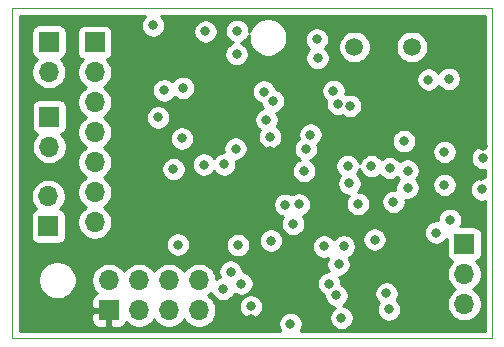
<source format=gbr>
%TF.GenerationSoftware,KiCad,Pcbnew,(5.1.6-0-10_14)*%
%TF.CreationDate,2021-06-09T21:20:11-05:00*%
%TF.ProjectId,led_driver_v2_06052021,6c65645f-6472-4697-9665-725f76325f30,rev?*%
%TF.SameCoordinates,Original*%
%TF.FileFunction,Copper,L2,Inr*%
%TF.FilePolarity,Positive*%
%FSLAX46Y46*%
G04 Gerber Fmt 4.6, Leading zero omitted, Abs format (unit mm)*
G04 Created by KiCad (PCBNEW (5.1.6-0-10_14)) date 2021-06-09 21:20:11*
%MOMM*%
%LPD*%
G01*
G04 APERTURE LIST*
%TA.AperFunction,Profile*%
%ADD10C,0.050000*%
%TD*%
%TA.AperFunction,ViaPad*%
%ADD11C,1.500000*%
%TD*%
%TA.AperFunction,ViaPad*%
%ADD12R,1.700000X1.700000*%
%TD*%
%TA.AperFunction,ViaPad*%
%ADD13O,1.700000X1.700000*%
%TD*%
%TA.AperFunction,ViaPad*%
%ADD14C,0.800000*%
%TD*%
%TA.AperFunction,Conductor*%
%ADD15C,0.254000*%
%TD*%
G04 APERTURE END LIST*
D10*
X182880000Y-25400000D02*
X142240000Y-25400000D01*
X182880000Y-53340000D02*
X182880000Y-25400000D01*
X142240000Y-53340000D02*
X182880000Y-53340000D01*
X142240000Y-25400000D02*
X142240000Y-53340000D01*
D11*
%TO.N,/XTAL1_HI*%
%TO.C,Y2*%
X176070000Y-28660000D03*
%TO.N,/XTAL2_HI*%
X171190000Y-28660000D03*
%TD*%
D12*
%TO.N,GND*%
%TO.C,J3*%
X145290000Y-43840000D03*
D13*
%TO.N,/RST*%
X145290000Y-41300000D03*
%TD*%
D12*
%TO.N,+3V3*%
%TO.C,J4*%
X150420000Y-50960000D03*
D13*
%TO.N,/SWDIO*%
X150420000Y-48420000D03*
%TO.N,/SWCLK*%
X152960000Y-50960000D03*
%TO.N,/SWO*%
X152960000Y-48420000D03*
%TO.N,/NJTRST*%
X155500000Y-50960000D03*
%TO.N,/TDI*%
X155500000Y-48420000D03*
%TO.N,/STM32_LED_STRIP_OUT*%
X158040000Y-50960000D03*
%TO.N,GND*%
X158040000Y-48420000D03*
%TD*%
D12*
%TO.N,Net-(J5-Pad1)*%
%TO.C,J5*%
X145360000Y-34570000D03*
D13*
%TO.N,/SYS_5V*%
X145360000Y-37110000D03*
%TD*%
%TO.N,/SYS_5V*%
%TO.C,J6*%
X145340000Y-30770000D03*
D12*
%TO.N,Net-(J6-Pad1)*%
X145340000Y-28230000D03*
%TD*%
%TO.N,GND*%
%TO.C,J7*%
X149220000Y-28260000D03*
D13*
%TO.N,/SYS_5V*%
X149220000Y-30800000D03*
%TO.N,/INT1_5V*%
X149220000Y-33340000D03*
%TO.N,/INT2_5V*%
X149220000Y-35880000D03*
%TO.N,/INT3_5V*%
X149220000Y-38420000D03*
%TO.N,Net-(J7-Pad6)*%
X149220000Y-40960000D03*
%TO.N,Net-(J7-Pad7)*%
X149220000Y-43500000D03*
%TD*%
D12*
%TO.N,/VIN*%
%TO.C,J8*%
X180500000Y-45340000D03*
D13*
%TO.N,/LED_STRIP_OUT*%
X180500000Y-47880000D03*
%TO.N,GND*%
X180500000Y-50420000D03*
%TD*%
D14*
%TO.N,/RED_LED*%
X161280000Y-27300000D03*
%TO.N,GND*%
X168030000Y-28020000D03*
%TO.N,+3V3*%
X182070000Y-37010000D03*
%TO.N,GND*%
X182090000Y-38050000D03*
X179190000Y-31360000D03*
X177460000Y-31430000D03*
X169430000Y-32370000D03*
X173910000Y-49520000D03*
X178830000Y-37540000D03*
X162440000Y-50630000D03*
X161330000Y-45450000D03*
X156600000Y-36410000D03*
X160180000Y-38610000D03*
X164290000Y-33220000D03*
X164060000Y-36270000D03*
X165350000Y-42020000D03*
X170770000Y-40210000D03*
X164140000Y-45060000D03*
X158580000Y-27340000D03*
%TO.N,/VIN*%
X161150000Y-37270000D03*
X163530000Y-32440000D03*
X156690000Y-32120000D03*
%TO.N,+3V3*%
X181900000Y-39560000D03*
X176860000Y-34820000D03*
X178450000Y-46280000D03*
X174060000Y-48010000D03*
X162070000Y-47380000D03*
X162420000Y-51660000D03*
X156770000Y-34710000D03*
X171750000Y-36700000D03*
X166070000Y-33200000D03*
X168490000Y-43360000D03*
X164040000Y-37470000D03*
X164890000Y-31880000D03*
%TO.N,/SWDIO*%
X174500000Y-41770000D03*
%TO.N,/SWCLK*%
X174120000Y-50880000D03*
%TO.N,/SWO*%
X179280000Y-43310000D03*
%TO.N,/NJTRST*%
X175700000Y-40580000D03*
X182000000Y-40720000D03*
%TO.N,/TDI*%
X178130000Y-44380000D03*
%TO.N,/STM32_LED_STRIP_OUT*%
X169070000Y-48690000D03*
X170630000Y-38740000D03*
X166940000Y-39160000D03*
X161640000Y-48690000D03*
X155880000Y-39000000D03*
%TO.N,Net-(J6-Pad1)*%
X154160000Y-26840000D03*
X161230000Y-29270000D03*
%TO.N,/INT2_5V*%
X166020000Y-43630000D03*
X169680000Y-49700000D03*
X168630000Y-45550000D03*
%TO.N,/LED_STRIP_OUT*%
X172910000Y-44970000D03*
%TO.N,/GRN_LED*%
X166500000Y-42000000D03*
X155090000Y-32330000D03*
X154580000Y-34620000D03*
X158450000Y-38620000D03*
%TO.N,/RED_LED*%
X172640000Y-38750000D03*
%TO.N,/INT3*%
X169820000Y-33480000D03*
X167470000Y-36090000D03*
X165790000Y-52100000D03*
%TO.N,/INT2*%
X170830000Y-33660000D03*
X167090000Y-37300000D03*
X170110000Y-51590000D03*
X163750000Y-34830000D03*
%TO.N,/INT1*%
X175390000Y-36630000D03*
X160090000Y-49150000D03*
X174190000Y-38910000D03*
X171500000Y-41950000D03*
X160720000Y-47690000D03*
X156260000Y-45400000D03*
X168080000Y-29600000D03*
%TO.N,/I2C1_SDA*%
X178830000Y-40330000D03*
X175715010Y-39124990D03*
%TO.N,/LVL_SHIFTER_EN*%
X169870000Y-47070000D03*
X170300000Y-45540000D03*
%TD*%
D15*
%TO.N,+3V3*%
G36*
X153356063Y-26180226D02*
G01*
X153242795Y-26349744D01*
X153164774Y-26538102D01*
X153125000Y-26738061D01*
X153125000Y-26941939D01*
X153164774Y-27141898D01*
X153242795Y-27330256D01*
X153356063Y-27499774D01*
X153500226Y-27643937D01*
X153669744Y-27757205D01*
X153858102Y-27835226D01*
X154058061Y-27875000D01*
X154261939Y-27875000D01*
X154461898Y-27835226D01*
X154650256Y-27757205D01*
X154819774Y-27643937D01*
X154963937Y-27499774D01*
X155077205Y-27330256D01*
X155115393Y-27238061D01*
X157545000Y-27238061D01*
X157545000Y-27441939D01*
X157584774Y-27641898D01*
X157662795Y-27830256D01*
X157776063Y-27999774D01*
X157920226Y-28143937D01*
X158089744Y-28257205D01*
X158278102Y-28335226D01*
X158478061Y-28375000D01*
X158681939Y-28375000D01*
X158881898Y-28335226D01*
X159070256Y-28257205D01*
X159239774Y-28143937D01*
X159383937Y-27999774D01*
X159497205Y-27830256D01*
X159575226Y-27641898D01*
X159615000Y-27441939D01*
X159615000Y-27238061D01*
X159575226Y-27038102D01*
X159497205Y-26849744D01*
X159383937Y-26680226D01*
X159239774Y-26536063D01*
X159070256Y-26422795D01*
X158881898Y-26344774D01*
X158681939Y-26305000D01*
X158478061Y-26305000D01*
X158278102Y-26344774D01*
X158089744Y-26422795D01*
X157920226Y-26536063D01*
X157776063Y-26680226D01*
X157662795Y-26849744D01*
X157584774Y-27038102D01*
X157545000Y-27238061D01*
X155115393Y-27238061D01*
X155155226Y-27141898D01*
X155195000Y-26941939D01*
X155195000Y-26738061D01*
X155155226Y-26538102D01*
X155077205Y-26349744D01*
X154963937Y-26180226D01*
X154843711Y-26060000D01*
X182220001Y-26060000D01*
X182220001Y-37020582D01*
X182191939Y-37015000D01*
X181988061Y-37015000D01*
X181788102Y-37054774D01*
X181599744Y-37132795D01*
X181430226Y-37246063D01*
X181286063Y-37390226D01*
X181172795Y-37559744D01*
X181094774Y-37748102D01*
X181055000Y-37948061D01*
X181055000Y-38151939D01*
X181094774Y-38351898D01*
X181172795Y-38540256D01*
X181286063Y-38709774D01*
X181430226Y-38853937D01*
X181599744Y-38967205D01*
X181788102Y-39045226D01*
X181988061Y-39085000D01*
X182191939Y-39085000D01*
X182220001Y-39079418D01*
X182220000Y-39708484D01*
X182101939Y-39685000D01*
X181898061Y-39685000D01*
X181698102Y-39724774D01*
X181509744Y-39802795D01*
X181340226Y-39916063D01*
X181196063Y-40060226D01*
X181082795Y-40229744D01*
X181004774Y-40418102D01*
X180965000Y-40618061D01*
X180965000Y-40821939D01*
X181004774Y-41021898D01*
X181082795Y-41210256D01*
X181196063Y-41379774D01*
X181340226Y-41523937D01*
X181509744Y-41637205D01*
X181698102Y-41715226D01*
X181898061Y-41755000D01*
X182101939Y-41755000D01*
X182220000Y-41731516D01*
X182220000Y-52680000D01*
X166647240Y-52680000D01*
X166707205Y-52590256D01*
X166785226Y-52401898D01*
X166825000Y-52201939D01*
X166825000Y-51998061D01*
X166785226Y-51798102D01*
X166707205Y-51609744D01*
X166593937Y-51440226D01*
X166449774Y-51296063D01*
X166280256Y-51182795D01*
X166091898Y-51104774D01*
X165891939Y-51065000D01*
X165688061Y-51065000D01*
X165488102Y-51104774D01*
X165299744Y-51182795D01*
X165130226Y-51296063D01*
X164986063Y-51440226D01*
X164872795Y-51609744D01*
X164794774Y-51798102D01*
X164755000Y-51998061D01*
X164755000Y-52201939D01*
X164794774Y-52401898D01*
X164872795Y-52590256D01*
X164932760Y-52680000D01*
X142900000Y-52680000D01*
X142900000Y-51810000D01*
X148931928Y-51810000D01*
X148944188Y-51934482D01*
X148980498Y-52054180D01*
X149039463Y-52164494D01*
X149118815Y-52261185D01*
X149215506Y-52340537D01*
X149325820Y-52399502D01*
X149445518Y-52435812D01*
X149570000Y-52448072D01*
X150134250Y-52445000D01*
X150293000Y-52286250D01*
X150293000Y-51087000D01*
X149093750Y-51087000D01*
X148935000Y-51245750D01*
X148931928Y-51810000D01*
X142900000Y-51810000D01*
X142900000Y-50110000D01*
X148931928Y-50110000D01*
X148935000Y-50674250D01*
X149093750Y-50833000D01*
X150293000Y-50833000D01*
X150293000Y-50813000D01*
X150547000Y-50813000D01*
X150547000Y-50833000D01*
X150567000Y-50833000D01*
X150567000Y-51087000D01*
X150547000Y-51087000D01*
X150547000Y-52286250D01*
X150705750Y-52445000D01*
X151270000Y-52448072D01*
X151394482Y-52435812D01*
X151514180Y-52399502D01*
X151624494Y-52340537D01*
X151721185Y-52261185D01*
X151800537Y-52164494D01*
X151859502Y-52054180D01*
X151881513Y-51981620D01*
X152013368Y-52113475D01*
X152256589Y-52275990D01*
X152526842Y-52387932D01*
X152813740Y-52445000D01*
X153106260Y-52445000D01*
X153393158Y-52387932D01*
X153663411Y-52275990D01*
X153906632Y-52113475D01*
X154113475Y-51906632D01*
X154230000Y-51732240D01*
X154346525Y-51906632D01*
X154553368Y-52113475D01*
X154796589Y-52275990D01*
X155066842Y-52387932D01*
X155353740Y-52445000D01*
X155646260Y-52445000D01*
X155933158Y-52387932D01*
X156203411Y-52275990D01*
X156446632Y-52113475D01*
X156653475Y-51906632D01*
X156770000Y-51732240D01*
X156886525Y-51906632D01*
X157093368Y-52113475D01*
X157336589Y-52275990D01*
X157606842Y-52387932D01*
X157893740Y-52445000D01*
X158186260Y-52445000D01*
X158473158Y-52387932D01*
X158743411Y-52275990D01*
X158986632Y-52113475D01*
X159193475Y-51906632D01*
X159355990Y-51663411D01*
X159467932Y-51393158D01*
X159525000Y-51106260D01*
X159525000Y-50813740D01*
X159468175Y-50528061D01*
X161405000Y-50528061D01*
X161405000Y-50731939D01*
X161444774Y-50931898D01*
X161522795Y-51120256D01*
X161636063Y-51289774D01*
X161780226Y-51433937D01*
X161949744Y-51547205D01*
X162138102Y-51625226D01*
X162338061Y-51665000D01*
X162541939Y-51665000D01*
X162741898Y-51625226D01*
X162930256Y-51547205D01*
X163099774Y-51433937D01*
X163243937Y-51289774D01*
X163357205Y-51120256D01*
X163435226Y-50931898D01*
X163475000Y-50731939D01*
X163475000Y-50528061D01*
X163435226Y-50328102D01*
X163357205Y-50139744D01*
X163243937Y-49970226D01*
X163099774Y-49826063D01*
X162930256Y-49712795D01*
X162741898Y-49634774D01*
X162541939Y-49595000D01*
X162338061Y-49595000D01*
X162138102Y-49634774D01*
X161949744Y-49712795D01*
X161780226Y-49826063D01*
X161636063Y-49970226D01*
X161522795Y-50139744D01*
X161444774Y-50328102D01*
X161405000Y-50528061D01*
X159468175Y-50528061D01*
X159467932Y-50526842D01*
X159355990Y-50256589D01*
X159193475Y-50013368D01*
X158986632Y-49806525D01*
X158812240Y-49690000D01*
X158986632Y-49573475D01*
X159098709Y-49461398D01*
X159172795Y-49640256D01*
X159286063Y-49809774D01*
X159430226Y-49953937D01*
X159599744Y-50067205D01*
X159788102Y-50145226D01*
X159988061Y-50185000D01*
X160191939Y-50185000D01*
X160391898Y-50145226D01*
X160580256Y-50067205D01*
X160749774Y-49953937D01*
X160893937Y-49809774D01*
X161007205Y-49640256D01*
X161048826Y-49539774D01*
X161149744Y-49607205D01*
X161338102Y-49685226D01*
X161538061Y-49725000D01*
X161741939Y-49725000D01*
X161941898Y-49685226D01*
X162130256Y-49607205D01*
X162299774Y-49493937D01*
X162443937Y-49349774D01*
X162557205Y-49180256D01*
X162635226Y-48991898D01*
X162675000Y-48791939D01*
X162675000Y-48588061D01*
X162635226Y-48388102D01*
X162557205Y-48199744D01*
X162443937Y-48030226D01*
X162299774Y-47886063D01*
X162130256Y-47772795D01*
X161941898Y-47694774D01*
X161755000Y-47657598D01*
X161755000Y-47588061D01*
X161715226Y-47388102D01*
X161637205Y-47199744D01*
X161523937Y-47030226D01*
X161379774Y-46886063D01*
X161210256Y-46772795D01*
X161021898Y-46694774D01*
X160821939Y-46655000D01*
X160618061Y-46655000D01*
X160418102Y-46694774D01*
X160229744Y-46772795D01*
X160060226Y-46886063D01*
X159916063Y-47030226D01*
X159802795Y-47199744D01*
X159724774Y-47388102D01*
X159685000Y-47588061D01*
X159685000Y-47791939D01*
X159724774Y-47991898D01*
X159791925Y-48154014D01*
X159788102Y-48154774D01*
X159599744Y-48232795D01*
X159525000Y-48282737D01*
X159525000Y-48273740D01*
X159467932Y-47986842D01*
X159355990Y-47716589D01*
X159193475Y-47473368D01*
X158986632Y-47266525D01*
X158743411Y-47104010D01*
X158473158Y-46992068D01*
X158186260Y-46935000D01*
X157893740Y-46935000D01*
X157606842Y-46992068D01*
X157336589Y-47104010D01*
X157093368Y-47266525D01*
X156886525Y-47473368D01*
X156770000Y-47647760D01*
X156653475Y-47473368D01*
X156446632Y-47266525D01*
X156203411Y-47104010D01*
X155933158Y-46992068D01*
X155646260Y-46935000D01*
X155353740Y-46935000D01*
X155066842Y-46992068D01*
X154796589Y-47104010D01*
X154553368Y-47266525D01*
X154346525Y-47473368D01*
X154230000Y-47647760D01*
X154113475Y-47473368D01*
X153906632Y-47266525D01*
X153663411Y-47104010D01*
X153393158Y-46992068D01*
X153106260Y-46935000D01*
X152813740Y-46935000D01*
X152526842Y-46992068D01*
X152256589Y-47104010D01*
X152013368Y-47266525D01*
X151806525Y-47473368D01*
X151690000Y-47647760D01*
X151573475Y-47473368D01*
X151366632Y-47266525D01*
X151123411Y-47104010D01*
X150853158Y-46992068D01*
X150566260Y-46935000D01*
X150273740Y-46935000D01*
X149986842Y-46992068D01*
X149716589Y-47104010D01*
X149473368Y-47266525D01*
X149266525Y-47473368D01*
X149104010Y-47716589D01*
X148992068Y-47986842D01*
X148935000Y-48273740D01*
X148935000Y-48566260D01*
X148992068Y-48853158D01*
X149104010Y-49123411D01*
X149266525Y-49366632D01*
X149398380Y-49498487D01*
X149325820Y-49520498D01*
X149215506Y-49579463D01*
X149118815Y-49658815D01*
X149039463Y-49755506D01*
X148980498Y-49865820D01*
X148944188Y-49985518D01*
X148931928Y-50110000D01*
X142900000Y-50110000D01*
X142900000Y-48238967D01*
X144415000Y-48238967D01*
X144415000Y-48561033D01*
X144477832Y-48876912D01*
X144601082Y-49174463D01*
X144780013Y-49442252D01*
X145007748Y-49669987D01*
X145275537Y-49848918D01*
X145573088Y-49972168D01*
X145888967Y-50035000D01*
X146211033Y-50035000D01*
X146526912Y-49972168D01*
X146824463Y-49848918D01*
X147092252Y-49669987D01*
X147319987Y-49442252D01*
X147498918Y-49174463D01*
X147622168Y-48876912D01*
X147685000Y-48561033D01*
X147685000Y-48238967D01*
X147622168Y-47923088D01*
X147498918Y-47625537D01*
X147319987Y-47357748D01*
X147092252Y-47130013D01*
X146824463Y-46951082D01*
X146526912Y-46827832D01*
X146211033Y-46765000D01*
X145888967Y-46765000D01*
X145573088Y-46827832D01*
X145275537Y-46951082D01*
X145007748Y-47130013D01*
X144780013Y-47357748D01*
X144601082Y-47625537D01*
X144477832Y-47923088D01*
X144415000Y-48238967D01*
X142900000Y-48238967D01*
X142900000Y-42990000D01*
X143801928Y-42990000D01*
X143801928Y-44690000D01*
X143814188Y-44814482D01*
X143850498Y-44934180D01*
X143909463Y-45044494D01*
X143988815Y-45141185D01*
X144085506Y-45220537D01*
X144195820Y-45279502D01*
X144315518Y-45315812D01*
X144440000Y-45328072D01*
X146140000Y-45328072D01*
X146264482Y-45315812D01*
X146322999Y-45298061D01*
X155225000Y-45298061D01*
X155225000Y-45501939D01*
X155264774Y-45701898D01*
X155342795Y-45890256D01*
X155456063Y-46059774D01*
X155600226Y-46203937D01*
X155769744Y-46317205D01*
X155958102Y-46395226D01*
X156158061Y-46435000D01*
X156361939Y-46435000D01*
X156561898Y-46395226D01*
X156750256Y-46317205D01*
X156919774Y-46203937D01*
X157063937Y-46059774D01*
X157177205Y-45890256D01*
X157255226Y-45701898D01*
X157295000Y-45501939D01*
X157295000Y-45348061D01*
X160295000Y-45348061D01*
X160295000Y-45551939D01*
X160334774Y-45751898D01*
X160412795Y-45940256D01*
X160526063Y-46109774D01*
X160670226Y-46253937D01*
X160839744Y-46367205D01*
X161028102Y-46445226D01*
X161228061Y-46485000D01*
X161431939Y-46485000D01*
X161631898Y-46445226D01*
X161820256Y-46367205D01*
X161989774Y-46253937D01*
X162133937Y-46109774D01*
X162247205Y-45940256D01*
X162325226Y-45751898D01*
X162365000Y-45551939D01*
X162365000Y-45348061D01*
X162325226Y-45148102D01*
X162247205Y-44959744D01*
X162246081Y-44958061D01*
X163105000Y-44958061D01*
X163105000Y-45161939D01*
X163144774Y-45361898D01*
X163222795Y-45550256D01*
X163336063Y-45719774D01*
X163480226Y-45863937D01*
X163649744Y-45977205D01*
X163838102Y-46055226D01*
X164038061Y-46095000D01*
X164241939Y-46095000D01*
X164441898Y-46055226D01*
X164630256Y-45977205D01*
X164799774Y-45863937D01*
X164943937Y-45719774D01*
X165057205Y-45550256D01*
X165099535Y-45448061D01*
X167595000Y-45448061D01*
X167595000Y-45651939D01*
X167634774Y-45851898D01*
X167712795Y-46040256D01*
X167826063Y-46209774D01*
X167970226Y-46353937D01*
X168139744Y-46467205D01*
X168328102Y-46545226D01*
X168528061Y-46585000D01*
X168731939Y-46585000D01*
X168931898Y-46545226D01*
X168992682Y-46520048D01*
X168952795Y-46579744D01*
X168874774Y-46768102D01*
X168835000Y-46968061D01*
X168835000Y-47171939D01*
X168874774Y-47371898D01*
X168952795Y-47560256D01*
X169016101Y-47655000D01*
X168968061Y-47655000D01*
X168768102Y-47694774D01*
X168579744Y-47772795D01*
X168410226Y-47886063D01*
X168266063Y-48030226D01*
X168152795Y-48199744D01*
X168074774Y-48388102D01*
X168035000Y-48588061D01*
X168035000Y-48791939D01*
X168074774Y-48991898D01*
X168152795Y-49180256D01*
X168266063Y-49349774D01*
X168410226Y-49493937D01*
X168579744Y-49607205D01*
X168645000Y-49634235D01*
X168645000Y-49801939D01*
X168684774Y-50001898D01*
X168762795Y-50190256D01*
X168876063Y-50359774D01*
X169020226Y-50503937D01*
X169189744Y-50617205D01*
X169378102Y-50695226D01*
X169538442Y-50727119D01*
X169450226Y-50786063D01*
X169306063Y-50930226D01*
X169192795Y-51099744D01*
X169114774Y-51288102D01*
X169075000Y-51488061D01*
X169075000Y-51691939D01*
X169114774Y-51891898D01*
X169192795Y-52080256D01*
X169306063Y-52249774D01*
X169450226Y-52393937D01*
X169619744Y-52507205D01*
X169808102Y-52585226D01*
X170008061Y-52625000D01*
X170211939Y-52625000D01*
X170411898Y-52585226D01*
X170600256Y-52507205D01*
X170769774Y-52393937D01*
X170913937Y-52249774D01*
X171027205Y-52080256D01*
X171105226Y-51891898D01*
X171145000Y-51691939D01*
X171145000Y-51488061D01*
X171105226Y-51288102D01*
X171027205Y-51099744D01*
X170913937Y-50930226D01*
X170769774Y-50786063D01*
X170600256Y-50672795D01*
X170411898Y-50594774D01*
X170251558Y-50562881D01*
X170339774Y-50503937D01*
X170483937Y-50359774D01*
X170597205Y-50190256D01*
X170675226Y-50001898D01*
X170715000Y-49801939D01*
X170715000Y-49598061D01*
X170679197Y-49418061D01*
X172875000Y-49418061D01*
X172875000Y-49621939D01*
X172914774Y-49821898D01*
X172992795Y-50010256D01*
X173106063Y-50179774D01*
X173248152Y-50321863D01*
X173202795Y-50389744D01*
X173124774Y-50578102D01*
X173085000Y-50778061D01*
X173085000Y-50981939D01*
X173124774Y-51181898D01*
X173202795Y-51370256D01*
X173316063Y-51539774D01*
X173460226Y-51683937D01*
X173629744Y-51797205D01*
X173818102Y-51875226D01*
X174018061Y-51915000D01*
X174221939Y-51915000D01*
X174421898Y-51875226D01*
X174610256Y-51797205D01*
X174779774Y-51683937D01*
X174923937Y-51539774D01*
X175037205Y-51370256D01*
X175115226Y-51181898D01*
X175155000Y-50981939D01*
X175155000Y-50778061D01*
X175115226Y-50578102D01*
X175037205Y-50389744D01*
X174923937Y-50220226D01*
X174781848Y-50078137D01*
X174827205Y-50010256D01*
X174905226Y-49821898D01*
X174945000Y-49621939D01*
X174945000Y-49418061D01*
X174905226Y-49218102D01*
X174827205Y-49029744D01*
X174713937Y-48860226D01*
X174569774Y-48716063D01*
X174400256Y-48602795D01*
X174211898Y-48524774D01*
X174011939Y-48485000D01*
X173808061Y-48485000D01*
X173608102Y-48524774D01*
X173419744Y-48602795D01*
X173250226Y-48716063D01*
X173106063Y-48860226D01*
X172992795Y-49029744D01*
X172914774Y-49218102D01*
X172875000Y-49418061D01*
X170679197Y-49418061D01*
X170675226Y-49398102D01*
X170597205Y-49209744D01*
X170483937Y-49040226D01*
X170339774Y-48896063D01*
X170170256Y-48782795D01*
X170105000Y-48755765D01*
X170105000Y-48588061D01*
X170065226Y-48388102D01*
X169987205Y-48199744D01*
X169923899Y-48105000D01*
X169971939Y-48105000D01*
X170171898Y-48065226D01*
X170360256Y-47987205D01*
X170529774Y-47873937D01*
X170673937Y-47729774D01*
X170787205Y-47560256D01*
X170865226Y-47371898D01*
X170905000Y-47171939D01*
X170905000Y-46968061D01*
X170865226Y-46768102D01*
X170787205Y-46579744D01*
X170723738Y-46484758D01*
X170790256Y-46457205D01*
X170959774Y-46343937D01*
X171103937Y-46199774D01*
X171217205Y-46030256D01*
X171295226Y-45841898D01*
X171335000Y-45641939D01*
X171335000Y-45438061D01*
X171295226Y-45238102D01*
X171217205Y-45049744D01*
X171103937Y-44880226D01*
X171091772Y-44868061D01*
X171875000Y-44868061D01*
X171875000Y-45071939D01*
X171914774Y-45271898D01*
X171992795Y-45460256D01*
X172106063Y-45629774D01*
X172250226Y-45773937D01*
X172419744Y-45887205D01*
X172608102Y-45965226D01*
X172808061Y-46005000D01*
X173011939Y-46005000D01*
X173211898Y-45965226D01*
X173400256Y-45887205D01*
X173569774Y-45773937D01*
X173713937Y-45629774D01*
X173827205Y-45460256D01*
X173905226Y-45271898D01*
X173945000Y-45071939D01*
X173945000Y-44868061D01*
X173905226Y-44668102D01*
X173827205Y-44479744D01*
X173713937Y-44310226D01*
X173681772Y-44278061D01*
X177095000Y-44278061D01*
X177095000Y-44481939D01*
X177134774Y-44681898D01*
X177212795Y-44870256D01*
X177326063Y-45039774D01*
X177470226Y-45183937D01*
X177639744Y-45297205D01*
X177828102Y-45375226D01*
X178028061Y-45415000D01*
X178231939Y-45415000D01*
X178431898Y-45375226D01*
X178620256Y-45297205D01*
X178789774Y-45183937D01*
X178933937Y-45039774D01*
X179011928Y-44923052D01*
X179011928Y-46190000D01*
X179024188Y-46314482D01*
X179060498Y-46434180D01*
X179119463Y-46544494D01*
X179198815Y-46641185D01*
X179295506Y-46720537D01*
X179405820Y-46779502D01*
X179478380Y-46801513D01*
X179346525Y-46933368D01*
X179184010Y-47176589D01*
X179072068Y-47446842D01*
X179015000Y-47733740D01*
X179015000Y-48026260D01*
X179072068Y-48313158D01*
X179184010Y-48583411D01*
X179346525Y-48826632D01*
X179553368Y-49033475D01*
X179727760Y-49150000D01*
X179553368Y-49266525D01*
X179346525Y-49473368D01*
X179184010Y-49716589D01*
X179072068Y-49986842D01*
X179015000Y-50273740D01*
X179015000Y-50566260D01*
X179072068Y-50853158D01*
X179184010Y-51123411D01*
X179346525Y-51366632D01*
X179553368Y-51573475D01*
X179796589Y-51735990D01*
X180066842Y-51847932D01*
X180353740Y-51905000D01*
X180646260Y-51905000D01*
X180933158Y-51847932D01*
X181203411Y-51735990D01*
X181446632Y-51573475D01*
X181653475Y-51366632D01*
X181815990Y-51123411D01*
X181927932Y-50853158D01*
X181985000Y-50566260D01*
X181985000Y-50273740D01*
X181927932Y-49986842D01*
X181815990Y-49716589D01*
X181653475Y-49473368D01*
X181446632Y-49266525D01*
X181272240Y-49150000D01*
X181446632Y-49033475D01*
X181653475Y-48826632D01*
X181815990Y-48583411D01*
X181927932Y-48313158D01*
X181985000Y-48026260D01*
X181985000Y-47733740D01*
X181927932Y-47446842D01*
X181815990Y-47176589D01*
X181653475Y-46933368D01*
X181521620Y-46801513D01*
X181594180Y-46779502D01*
X181704494Y-46720537D01*
X181801185Y-46641185D01*
X181880537Y-46544494D01*
X181939502Y-46434180D01*
X181975812Y-46314482D01*
X181988072Y-46190000D01*
X181988072Y-44490000D01*
X181975812Y-44365518D01*
X181939502Y-44245820D01*
X181880537Y-44135506D01*
X181801185Y-44038815D01*
X181704494Y-43959463D01*
X181594180Y-43900498D01*
X181474482Y-43864188D01*
X181350000Y-43851928D01*
X180162679Y-43851928D01*
X180197205Y-43800256D01*
X180275226Y-43611898D01*
X180315000Y-43411939D01*
X180315000Y-43208061D01*
X180275226Y-43008102D01*
X180197205Y-42819744D01*
X180083937Y-42650226D01*
X179939774Y-42506063D01*
X179770256Y-42392795D01*
X179581898Y-42314774D01*
X179381939Y-42275000D01*
X179178061Y-42275000D01*
X178978102Y-42314774D01*
X178789744Y-42392795D01*
X178620226Y-42506063D01*
X178476063Y-42650226D01*
X178362795Y-42819744D01*
X178284774Y-43008102D01*
X178245000Y-43208061D01*
X178245000Y-43347598D01*
X178231939Y-43345000D01*
X178028061Y-43345000D01*
X177828102Y-43384774D01*
X177639744Y-43462795D01*
X177470226Y-43576063D01*
X177326063Y-43720226D01*
X177212795Y-43889744D01*
X177134774Y-44078102D01*
X177095000Y-44278061D01*
X173681772Y-44278061D01*
X173569774Y-44166063D01*
X173400256Y-44052795D01*
X173211898Y-43974774D01*
X173011939Y-43935000D01*
X172808061Y-43935000D01*
X172608102Y-43974774D01*
X172419744Y-44052795D01*
X172250226Y-44166063D01*
X172106063Y-44310226D01*
X171992795Y-44479744D01*
X171914774Y-44668102D01*
X171875000Y-44868061D01*
X171091772Y-44868061D01*
X170959774Y-44736063D01*
X170790256Y-44622795D01*
X170601898Y-44544774D01*
X170401939Y-44505000D01*
X170198061Y-44505000D01*
X169998102Y-44544774D01*
X169809744Y-44622795D01*
X169640226Y-44736063D01*
X169496063Y-44880226D01*
X169461659Y-44931715D01*
X169433937Y-44890226D01*
X169289774Y-44746063D01*
X169120256Y-44632795D01*
X168931898Y-44554774D01*
X168731939Y-44515000D01*
X168528061Y-44515000D01*
X168328102Y-44554774D01*
X168139744Y-44632795D01*
X167970226Y-44746063D01*
X167826063Y-44890226D01*
X167712795Y-45059744D01*
X167634774Y-45248102D01*
X167595000Y-45448061D01*
X165099535Y-45448061D01*
X165135226Y-45361898D01*
X165175000Y-45161939D01*
X165175000Y-44958061D01*
X165135226Y-44758102D01*
X165057205Y-44569744D01*
X164943937Y-44400226D01*
X164799774Y-44256063D01*
X164630256Y-44142795D01*
X164441898Y-44064774D01*
X164241939Y-44025000D01*
X164038061Y-44025000D01*
X163838102Y-44064774D01*
X163649744Y-44142795D01*
X163480226Y-44256063D01*
X163336063Y-44400226D01*
X163222795Y-44569744D01*
X163144774Y-44758102D01*
X163105000Y-44958061D01*
X162246081Y-44958061D01*
X162133937Y-44790226D01*
X161989774Y-44646063D01*
X161820256Y-44532795D01*
X161631898Y-44454774D01*
X161431939Y-44415000D01*
X161228061Y-44415000D01*
X161028102Y-44454774D01*
X160839744Y-44532795D01*
X160670226Y-44646063D01*
X160526063Y-44790226D01*
X160412795Y-44959744D01*
X160334774Y-45148102D01*
X160295000Y-45348061D01*
X157295000Y-45348061D01*
X157295000Y-45298061D01*
X157255226Y-45098102D01*
X157177205Y-44909744D01*
X157063937Y-44740226D01*
X156919774Y-44596063D01*
X156750256Y-44482795D01*
X156561898Y-44404774D01*
X156361939Y-44365000D01*
X156158061Y-44365000D01*
X155958102Y-44404774D01*
X155769744Y-44482795D01*
X155600226Y-44596063D01*
X155456063Y-44740226D01*
X155342795Y-44909744D01*
X155264774Y-45098102D01*
X155225000Y-45298061D01*
X146322999Y-45298061D01*
X146384180Y-45279502D01*
X146494494Y-45220537D01*
X146591185Y-45141185D01*
X146670537Y-45044494D01*
X146729502Y-44934180D01*
X146765812Y-44814482D01*
X146778072Y-44690000D01*
X146778072Y-42990000D01*
X146765812Y-42865518D01*
X146729502Y-42745820D01*
X146670537Y-42635506D01*
X146591185Y-42538815D01*
X146494494Y-42459463D01*
X146384180Y-42400498D01*
X146311620Y-42378487D01*
X146443475Y-42246632D01*
X146605990Y-42003411D01*
X146717932Y-41733158D01*
X146775000Y-41446260D01*
X146775000Y-41153740D01*
X146717932Y-40866842D01*
X146605990Y-40596589D01*
X146443475Y-40353368D01*
X146236632Y-40146525D01*
X145993411Y-39984010D01*
X145723158Y-39872068D01*
X145436260Y-39815000D01*
X145143740Y-39815000D01*
X144856842Y-39872068D01*
X144586589Y-39984010D01*
X144343368Y-40146525D01*
X144136525Y-40353368D01*
X143974010Y-40596589D01*
X143862068Y-40866842D01*
X143805000Y-41153740D01*
X143805000Y-41446260D01*
X143862068Y-41733158D01*
X143974010Y-42003411D01*
X144136525Y-42246632D01*
X144268380Y-42378487D01*
X144195820Y-42400498D01*
X144085506Y-42459463D01*
X143988815Y-42538815D01*
X143909463Y-42635506D01*
X143850498Y-42745820D01*
X143814188Y-42865518D01*
X143801928Y-42990000D01*
X142900000Y-42990000D01*
X142900000Y-33720000D01*
X143871928Y-33720000D01*
X143871928Y-35420000D01*
X143884188Y-35544482D01*
X143920498Y-35664180D01*
X143979463Y-35774494D01*
X144058815Y-35871185D01*
X144155506Y-35950537D01*
X144265820Y-36009502D01*
X144338380Y-36031513D01*
X144206525Y-36163368D01*
X144044010Y-36406589D01*
X143932068Y-36676842D01*
X143875000Y-36963740D01*
X143875000Y-37256260D01*
X143932068Y-37543158D01*
X144044010Y-37813411D01*
X144206525Y-38056632D01*
X144413368Y-38263475D01*
X144656589Y-38425990D01*
X144926842Y-38537932D01*
X145213740Y-38595000D01*
X145506260Y-38595000D01*
X145793158Y-38537932D01*
X146063411Y-38425990D01*
X146306632Y-38263475D01*
X146513475Y-38056632D01*
X146675990Y-37813411D01*
X146787932Y-37543158D01*
X146845000Y-37256260D01*
X146845000Y-36963740D01*
X146787932Y-36676842D01*
X146675990Y-36406589D01*
X146513475Y-36163368D01*
X146381620Y-36031513D01*
X146454180Y-36009502D01*
X146564494Y-35950537D01*
X146661185Y-35871185D01*
X146740537Y-35774494D01*
X146799502Y-35664180D01*
X146835812Y-35544482D01*
X146848072Y-35420000D01*
X146848072Y-33720000D01*
X146835812Y-33595518D01*
X146799502Y-33475820D01*
X146740537Y-33365506D01*
X146661185Y-33268815D01*
X146564494Y-33189463D01*
X146454180Y-33130498D01*
X146334482Y-33094188D01*
X146210000Y-33081928D01*
X144510000Y-33081928D01*
X144385518Y-33094188D01*
X144265820Y-33130498D01*
X144155506Y-33189463D01*
X144058815Y-33268815D01*
X143979463Y-33365506D01*
X143920498Y-33475820D01*
X143884188Y-33595518D01*
X143871928Y-33720000D01*
X142900000Y-33720000D01*
X142900000Y-27380000D01*
X143851928Y-27380000D01*
X143851928Y-29080000D01*
X143864188Y-29204482D01*
X143900498Y-29324180D01*
X143959463Y-29434494D01*
X144038815Y-29531185D01*
X144135506Y-29610537D01*
X144245820Y-29669502D01*
X144318380Y-29691513D01*
X144186525Y-29823368D01*
X144024010Y-30066589D01*
X143912068Y-30336842D01*
X143855000Y-30623740D01*
X143855000Y-30916260D01*
X143912068Y-31203158D01*
X144024010Y-31473411D01*
X144186525Y-31716632D01*
X144393368Y-31923475D01*
X144636589Y-32085990D01*
X144906842Y-32197932D01*
X145193740Y-32255000D01*
X145486260Y-32255000D01*
X145773158Y-32197932D01*
X146043411Y-32085990D01*
X146286632Y-31923475D01*
X146493475Y-31716632D01*
X146655990Y-31473411D01*
X146767932Y-31203158D01*
X146825000Y-30916260D01*
X146825000Y-30623740D01*
X146767932Y-30336842D01*
X146655990Y-30066589D01*
X146493475Y-29823368D01*
X146361620Y-29691513D01*
X146434180Y-29669502D01*
X146544494Y-29610537D01*
X146641185Y-29531185D01*
X146720537Y-29434494D01*
X146779502Y-29324180D01*
X146815812Y-29204482D01*
X146828072Y-29080000D01*
X146828072Y-27410000D01*
X147731928Y-27410000D01*
X147731928Y-29110000D01*
X147744188Y-29234482D01*
X147780498Y-29354180D01*
X147839463Y-29464494D01*
X147918815Y-29561185D01*
X148015506Y-29640537D01*
X148125820Y-29699502D01*
X148198380Y-29721513D01*
X148066525Y-29853368D01*
X147904010Y-30096589D01*
X147792068Y-30366842D01*
X147735000Y-30653740D01*
X147735000Y-30946260D01*
X147792068Y-31233158D01*
X147904010Y-31503411D01*
X148066525Y-31746632D01*
X148273368Y-31953475D01*
X148447760Y-32070000D01*
X148273368Y-32186525D01*
X148066525Y-32393368D01*
X147904010Y-32636589D01*
X147792068Y-32906842D01*
X147735000Y-33193740D01*
X147735000Y-33486260D01*
X147792068Y-33773158D01*
X147904010Y-34043411D01*
X148066525Y-34286632D01*
X148273368Y-34493475D01*
X148447760Y-34610000D01*
X148273368Y-34726525D01*
X148066525Y-34933368D01*
X147904010Y-35176589D01*
X147792068Y-35446842D01*
X147735000Y-35733740D01*
X147735000Y-36026260D01*
X147792068Y-36313158D01*
X147904010Y-36583411D01*
X148066525Y-36826632D01*
X148273368Y-37033475D01*
X148447760Y-37150000D01*
X148273368Y-37266525D01*
X148066525Y-37473368D01*
X147904010Y-37716589D01*
X147792068Y-37986842D01*
X147735000Y-38273740D01*
X147735000Y-38566260D01*
X147792068Y-38853158D01*
X147904010Y-39123411D01*
X148066525Y-39366632D01*
X148273368Y-39573475D01*
X148447760Y-39690000D01*
X148273368Y-39806525D01*
X148066525Y-40013368D01*
X147904010Y-40256589D01*
X147792068Y-40526842D01*
X147735000Y-40813740D01*
X147735000Y-41106260D01*
X147792068Y-41393158D01*
X147904010Y-41663411D01*
X148066525Y-41906632D01*
X148273368Y-42113475D01*
X148447760Y-42230000D01*
X148273368Y-42346525D01*
X148066525Y-42553368D01*
X147904010Y-42796589D01*
X147792068Y-43066842D01*
X147735000Y-43353740D01*
X147735000Y-43646260D01*
X147792068Y-43933158D01*
X147904010Y-44203411D01*
X148066525Y-44446632D01*
X148273368Y-44653475D01*
X148516589Y-44815990D01*
X148786842Y-44927932D01*
X149073740Y-44985000D01*
X149366260Y-44985000D01*
X149653158Y-44927932D01*
X149923411Y-44815990D01*
X150166632Y-44653475D01*
X150373475Y-44446632D01*
X150535990Y-44203411D01*
X150647932Y-43933158D01*
X150705000Y-43646260D01*
X150705000Y-43353740D01*
X150647932Y-43066842D01*
X150535990Y-42796589D01*
X150373475Y-42553368D01*
X150166632Y-42346525D01*
X149992240Y-42230000D01*
X150166632Y-42113475D01*
X150362046Y-41918061D01*
X164315000Y-41918061D01*
X164315000Y-42121939D01*
X164354774Y-42321898D01*
X164432795Y-42510256D01*
X164546063Y-42679774D01*
X164690226Y-42823937D01*
X164859744Y-42937205D01*
X165048102Y-43015226D01*
X165169818Y-43039437D01*
X165102795Y-43139744D01*
X165024774Y-43328102D01*
X164985000Y-43528061D01*
X164985000Y-43731939D01*
X165024774Y-43931898D01*
X165102795Y-44120256D01*
X165216063Y-44289774D01*
X165360226Y-44433937D01*
X165529744Y-44547205D01*
X165718102Y-44625226D01*
X165918061Y-44665000D01*
X166121939Y-44665000D01*
X166321898Y-44625226D01*
X166510256Y-44547205D01*
X166679774Y-44433937D01*
X166823937Y-44289774D01*
X166937205Y-44120256D01*
X167015226Y-43931898D01*
X167055000Y-43731939D01*
X167055000Y-43528061D01*
X167015226Y-43328102D01*
X166937205Y-43139744D01*
X166832243Y-42982657D01*
X166990256Y-42917205D01*
X167159774Y-42803937D01*
X167303937Y-42659774D01*
X167417205Y-42490256D01*
X167495226Y-42301898D01*
X167535000Y-42101939D01*
X167535000Y-41898061D01*
X167495226Y-41698102D01*
X167417205Y-41509744D01*
X167303937Y-41340226D01*
X167159774Y-41196063D01*
X166990256Y-41082795D01*
X166801898Y-41004774D01*
X166601939Y-40965000D01*
X166398061Y-40965000D01*
X166198102Y-41004774D01*
X166009744Y-41082795D01*
X165910034Y-41149419D01*
X165840256Y-41102795D01*
X165651898Y-41024774D01*
X165451939Y-40985000D01*
X165248061Y-40985000D01*
X165048102Y-41024774D01*
X164859744Y-41102795D01*
X164690226Y-41216063D01*
X164546063Y-41360226D01*
X164432795Y-41529744D01*
X164354774Y-41718102D01*
X164315000Y-41918061D01*
X150362046Y-41918061D01*
X150373475Y-41906632D01*
X150535990Y-41663411D01*
X150647932Y-41393158D01*
X150705000Y-41106260D01*
X150705000Y-40813740D01*
X150647932Y-40526842D01*
X150535990Y-40256589D01*
X150373475Y-40013368D01*
X150166632Y-39806525D01*
X149992240Y-39690000D01*
X150166632Y-39573475D01*
X150373475Y-39366632D01*
X150535990Y-39123411D01*
X150629332Y-38898061D01*
X154845000Y-38898061D01*
X154845000Y-39101939D01*
X154884774Y-39301898D01*
X154962795Y-39490256D01*
X155076063Y-39659774D01*
X155220226Y-39803937D01*
X155389744Y-39917205D01*
X155578102Y-39995226D01*
X155778061Y-40035000D01*
X155981939Y-40035000D01*
X156181898Y-39995226D01*
X156370256Y-39917205D01*
X156539774Y-39803937D01*
X156683937Y-39659774D01*
X156797205Y-39490256D01*
X156875226Y-39301898D01*
X156915000Y-39101939D01*
X156915000Y-38898061D01*
X156875226Y-38698102D01*
X156800651Y-38518061D01*
X157415000Y-38518061D01*
X157415000Y-38721939D01*
X157454774Y-38921898D01*
X157532795Y-39110256D01*
X157646063Y-39279774D01*
X157790226Y-39423937D01*
X157959744Y-39537205D01*
X158148102Y-39615226D01*
X158348061Y-39655000D01*
X158551939Y-39655000D01*
X158751898Y-39615226D01*
X158940256Y-39537205D01*
X159109774Y-39423937D01*
X159253937Y-39279774D01*
X159318341Y-39183387D01*
X159376063Y-39269774D01*
X159520226Y-39413937D01*
X159689744Y-39527205D01*
X159878102Y-39605226D01*
X160078061Y-39645000D01*
X160281939Y-39645000D01*
X160481898Y-39605226D01*
X160670256Y-39527205D01*
X160839774Y-39413937D01*
X160983937Y-39269774D01*
X161097205Y-39100256D01*
X161114682Y-39058061D01*
X165905000Y-39058061D01*
X165905000Y-39261939D01*
X165944774Y-39461898D01*
X166022795Y-39650256D01*
X166136063Y-39819774D01*
X166280226Y-39963937D01*
X166449744Y-40077205D01*
X166638102Y-40155226D01*
X166838061Y-40195000D01*
X167041939Y-40195000D01*
X167241898Y-40155226D01*
X167430256Y-40077205D01*
X167599774Y-39963937D01*
X167743937Y-39819774D01*
X167857205Y-39650256D01*
X167935226Y-39461898D01*
X167975000Y-39261939D01*
X167975000Y-39058061D01*
X167935226Y-38858102D01*
X167857205Y-38669744D01*
X167836036Y-38638061D01*
X169595000Y-38638061D01*
X169595000Y-38841939D01*
X169634774Y-39041898D01*
X169712795Y-39230256D01*
X169826063Y-39399774D01*
X169970226Y-39543937D01*
X169971500Y-39544789D01*
X169966063Y-39550226D01*
X169852795Y-39719744D01*
X169774774Y-39908102D01*
X169735000Y-40108061D01*
X169735000Y-40311939D01*
X169774774Y-40511898D01*
X169852795Y-40700256D01*
X169966063Y-40869774D01*
X170110226Y-41013937D01*
X170279744Y-41127205D01*
X170468102Y-41205226D01*
X170668061Y-41245000D01*
X170741289Y-41245000D01*
X170696063Y-41290226D01*
X170582795Y-41459744D01*
X170504774Y-41648102D01*
X170465000Y-41848061D01*
X170465000Y-42051939D01*
X170504774Y-42251898D01*
X170582795Y-42440256D01*
X170696063Y-42609774D01*
X170840226Y-42753937D01*
X171009744Y-42867205D01*
X171198102Y-42945226D01*
X171398061Y-42985000D01*
X171601939Y-42985000D01*
X171801898Y-42945226D01*
X171990256Y-42867205D01*
X172159774Y-42753937D01*
X172303937Y-42609774D01*
X172417205Y-42440256D01*
X172495226Y-42251898D01*
X172535000Y-42051939D01*
X172535000Y-41848061D01*
X172495226Y-41648102D01*
X172417205Y-41459744D01*
X172303937Y-41290226D01*
X172159774Y-41146063D01*
X171990256Y-41032795D01*
X171801898Y-40954774D01*
X171601939Y-40915000D01*
X171528711Y-40915000D01*
X171573937Y-40869774D01*
X171687205Y-40700256D01*
X171765226Y-40511898D01*
X171805000Y-40311939D01*
X171805000Y-40108061D01*
X171765226Y-39908102D01*
X171687205Y-39719744D01*
X171573937Y-39550226D01*
X171429774Y-39406063D01*
X171428500Y-39405211D01*
X171433937Y-39399774D01*
X171547205Y-39230256D01*
X171625226Y-39041898D01*
X171634005Y-38997760D01*
X171644774Y-39051898D01*
X171722795Y-39240256D01*
X171836063Y-39409774D01*
X171980226Y-39553937D01*
X172149744Y-39667205D01*
X172338102Y-39745226D01*
X172538061Y-39785000D01*
X172741939Y-39785000D01*
X172941898Y-39745226D01*
X173130256Y-39667205D01*
X173299774Y-39553937D01*
X173345157Y-39508554D01*
X173386063Y-39569774D01*
X173530226Y-39713937D01*
X173699744Y-39827205D01*
X173888102Y-39905226D01*
X174088061Y-39945000D01*
X174291939Y-39945000D01*
X174491898Y-39905226D01*
X174680256Y-39827205D01*
X174849774Y-39713937D01*
X174858151Y-39705560D01*
X174911073Y-39784764D01*
X174971299Y-39844990D01*
X174896063Y-39920226D01*
X174782795Y-40089744D01*
X174704774Y-40278102D01*
X174665000Y-40478061D01*
X174665000Y-40681939D01*
X174678587Y-40750246D01*
X174601939Y-40735000D01*
X174398061Y-40735000D01*
X174198102Y-40774774D01*
X174009744Y-40852795D01*
X173840226Y-40966063D01*
X173696063Y-41110226D01*
X173582795Y-41279744D01*
X173504774Y-41468102D01*
X173465000Y-41668061D01*
X173465000Y-41871939D01*
X173504774Y-42071898D01*
X173582795Y-42260256D01*
X173696063Y-42429774D01*
X173840226Y-42573937D01*
X174009744Y-42687205D01*
X174198102Y-42765226D01*
X174398061Y-42805000D01*
X174601939Y-42805000D01*
X174801898Y-42765226D01*
X174990256Y-42687205D01*
X175159774Y-42573937D01*
X175303937Y-42429774D01*
X175417205Y-42260256D01*
X175495226Y-42071898D01*
X175535000Y-41871939D01*
X175535000Y-41668061D01*
X175521413Y-41599754D01*
X175598061Y-41615000D01*
X175801939Y-41615000D01*
X176001898Y-41575226D01*
X176190256Y-41497205D01*
X176359774Y-41383937D01*
X176503937Y-41239774D01*
X176617205Y-41070256D01*
X176695226Y-40881898D01*
X176735000Y-40681939D01*
X176735000Y-40478061D01*
X176695226Y-40278102D01*
X176674499Y-40228061D01*
X177795000Y-40228061D01*
X177795000Y-40431939D01*
X177834774Y-40631898D01*
X177912795Y-40820256D01*
X178026063Y-40989774D01*
X178170226Y-41133937D01*
X178339744Y-41247205D01*
X178528102Y-41325226D01*
X178728061Y-41365000D01*
X178931939Y-41365000D01*
X179131898Y-41325226D01*
X179320256Y-41247205D01*
X179489774Y-41133937D01*
X179633937Y-40989774D01*
X179747205Y-40820256D01*
X179825226Y-40631898D01*
X179865000Y-40431939D01*
X179865000Y-40228061D01*
X179825226Y-40028102D01*
X179747205Y-39839744D01*
X179633937Y-39670226D01*
X179489774Y-39526063D01*
X179320256Y-39412795D01*
X179131898Y-39334774D01*
X178931939Y-39295000D01*
X178728061Y-39295000D01*
X178528102Y-39334774D01*
X178339744Y-39412795D01*
X178170226Y-39526063D01*
X178026063Y-39670226D01*
X177912795Y-39839744D01*
X177834774Y-40028102D01*
X177795000Y-40228061D01*
X176674499Y-40228061D01*
X176617205Y-40089744D01*
X176503937Y-39920226D01*
X176443711Y-39860000D01*
X176518947Y-39784764D01*
X176632215Y-39615246D01*
X176710236Y-39426888D01*
X176750010Y-39226929D01*
X176750010Y-39023051D01*
X176710236Y-38823092D01*
X176632215Y-38634734D01*
X176518947Y-38465216D01*
X176374784Y-38321053D01*
X176205266Y-38207785D01*
X176016908Y-38129764D01*
X175816949Y-38089990D01*
X175613071Y-38089990D01*
X175413112Y-38129764D01*
X175224754Y-38207785D01*
X175055236Y-38321053D01*
X175046859Y-38329430D01*
X174993937Y-38250226D01*
X174849774Y-38106063D01*
X174680256Y-37992795D01*
X174491898Y-37914774D01*
X174291939Y-37875000D01*
X174088061Y-37875000D01*
X173888102Y-37914774D01*
X173699744Y-37992795D01*
X173530226Y-38106063D01*
X173484843Y-38151446D01*
X173443937Y-38090226D01*
X173299774Y-37946063D01*
X173130256Y-37832795D01*
X172941898Y-37754774D01*
X172741939Y-37715000D01*
X172538061Y-37715000D01*
X172338102Y-37754774D01*
X172149744Y-37832795D01*
X171980226Y-37946063D01*
X171836063Y-38090226D01*
X171722795Y-38259744D01*
X171644774Y-38448102D01*
X171635995Y-38492240D01*
X171625226Y-38438102D01*
X171547205Y-38249744D01*
X171433937Y-38080226D01*
X171289774Y-37936063D01*
X171120256Y-37822795D01*
X170931898Y-37744774D01*
X170731939Y-37705000D01*
X170528061Y-37705000D01*
X170328102Y-37744774D01*
X170139744Y-37822795D01*
X169970226Y-37936063D01*
X169826063Y-38080226D01*
X169712795Y-38249744D01*
X169634774Y-38438102D01*
X169595000Y-38638061D01*
X167836036Y-38638061D01*
X167743937Y-38500226D01*
X167599774Y-38356063D01*
X167464017Y-38265353D01*
X167580256Y-38217205D01*
X167749774Y-38103937D01*
X167893937Y-37959774D01*
X168007205Y-37790256D01*
X168085226Y-37601898D01*
X168125000Y-37401939D01*
X168125000Y-37198061D01*
X168085226Y-36998102D01*
X168061089Y-36939831D01*
X168129774Y-36893937D01*
X168273937Y-36749774D01*
X168387205Y-36580256D01*
X168408825Y-36528061D01*
X174355000Y-36528061D01*
X174355000Y-36731939D01*
X174394774Y-36931898D01*
X174472795Y-37120256D01*
X174586063Y-37289774D01*
X174730226Y-37433937D01*
X174899744Y-37547205D01*
X175088102Y-37625226D01*
X175288061Y-37665000D01*
X175491939Y-37665000D01*
X175691898Y-37625226D01*
X175880256Y-37547205D01*
X176043601Y-37438061D01*
X177795000Y-37438061D01*
X177795000Y-37641939D01*
X177834774Y-37841898D01*
X177912795Y-38030256D01*
X178026063Y-38199774D01*
X178170226Y-38343937D01*
X178339744Y-38457205D01*
X178528102Y-38535226D01*
X178728061Y-38575000D01*
X178931939Y-38575000D01*
X179131898Y-38535226D01*
X179320256Y-38457205D01*
X179489774Y-38343937D01*
X179633937Y-38199774D01*
X179747205Y-38030256D01*
X179825226Y-37841898D01*
X179865000Y-37641939D01*
X179865000Y-37438061D01*
X179825226Y-37238102D01*
X179747205Y-37049744D01*
X179633937Y-36880226D01*
X179489774Y-36736063D01*
X179320256Y-36622795D01*
X179131898Y-36544774D01*
X178931939Y-36505000D01*
X178728061Y-36505000D01*
X178528102Y-36544774D01*
X178339744Y-36622795D01*
X178170226Y-36736063D01*
X178026063Y-36880226D01*
X177912795Y-37049744D01*
X177834774Y-37238102D01*
X177795000Y-37438061D01*
X176043601Y-37438061D01*
X176049774Y-37433937D01*
X176193937Y-37289774D01*
X176307205Y-37120256D01*
X176385226Y-36931898D01*
X176425000Y-36731939D01*
X176425000Y-36528061D01*
X176385226Y-36328102D01*
X176307205Y-36139744D01*
X176193937Y-35970226D01*
X176049774Y-35826063D01*
X175880256Y-35712795D01*
X175691898Y-35634774D01*
X175491939Y-35595000D01*
X175288061Y-35595000D01*
X175088102Y-35634774D01*
X174899744Y-35712795D01*
X174730226Y-35826063D01*
X174586063Y-35970226D01*
X174472795Y-36139744D01*
X174394774Y-36328102D01*
X174355000Y-36528061D01*
X168408825Y-36528061D01*
X168465226Y-36391898D01*
X168505000Y-36191939D01*
X168505000Y-35988061D01*
X168465226Y-35788102D01*
X168387205Y-35599744D01*
X168273937Y-35430226D01*
X168129774Y-35286063D01*
X167960256Y-35172795D01*
X167771898Y-35094774D01*
X167571939Y-35055000D01*
X167368061Y-35055000D01*
X167168102Y-35094774D01*
X166979744Y-35172795D01*
X166810226Y-35286063D01*
X166666063Y-35430226D01*
X166552795Y-35599744D01*
X166474774Y-35788102D01*
X166435000Y-35988061D01*
X166435000Y-36191939D01*
X166474774Y-36391898D01*
X166498911Y-36450169D01*
X166430226Y-36496063D01*
X166286063Y-36640226D01*
X166172795Y-36809744D01*
X166094774Y-36998102D01*
X166055000Y-37198061D01*
X166055000Y-37401939D01*
X166094774Y-37601898D01*
X166172795Y-37790256D01*
X166286063Y-37959774D01*
X166430226Y-38103937D01*
X166565983Y-38194647D01*
X166449744Y-38242795D01*
X166280226Y-38356063D01*
X166136063Y-38500226D01*
X166022795Y-38669744D01*
X165944774Y-38858102D01*
X165905000Y-39058061D01*
X161114682Y-39058061D01*
X161175226Y-38911898D01*
X161215000Y-38711939D01*
X161215000Y-38508061D01*
X161175226Y-38308102D01*
X161173941Y-38305000D01*
X161251939Y-38305000D01*
X161451898Y-38265226D01*
X161640256Y-38187205D01*
X161809774Y-38073937D01*
X161953937Y-37929774D01*
X162067205Y-37760256D01*
X162145226Y-37571898D01*
X162185000Y-37371939D01*
X162185000Y-37168061D01*
X162145226Y-36968102D01*
X162067205Y-36779744D01*
X161953937Y-36610226D01*
X161809774Y-36466063D01*
X161640256Y-36352795D01*
X161451898Y-36274774D01*
X161251939Y-36235000D01*
X161048061Y-36235000D01*
X160848102Y-36274774D01*
X160659744Y-36352795D01*
X160490226Y-36466063D01*
X160346063Y-36610226D01*
X160232795Y-36779744D01*
X160154774Y-36968102D01*
X160115000Y-37168061D01*
X160115000Y-37371939D01*
X160154774Y-37571898D01*
X160156059Y-37575000D01*
X160078061Y-37575000D01*
X159878102Y-37614774D01*
X159689744Y-37692795D01*
X159520226Y-37806063D01*
X159376063Y-37950226D01*
X159311659Y-38046613D01*
X159253937Y-37960226D01*
X159109774Y-37816063D01*
X158940256Y-37702795D01*
X158751898Y-37624774D01*
X158551939Y-37585000D01*
X158348061Y-37585000D01*
X158148102Y-37624774D01*
X157959744Y-37702795D01*
X157790226Y-37816063D01*
X157646063Y-37960226D01*
X157532795Y-38129744D01*
X157454774Y-38318102D01*
X157415000Y-38518061D01*
X156800651Y-38518061D01*
X156797205Y-38509744D01*
X156683937Y-38340226D01*
X156539774Y-38196063D01*
X156370256Y-38082795D01*
X156181898Y-38004774D01*
X155981939Y-37965000D01*
X155778061Y-37965000D01*
X155578102Y-38004774D01*
X155389744Y-38082795D01*
X155220226Y-38196063D01*
X155076063Y-38340226D01*
X154962795Y-38509744D01*
X154884774Y-38698102D01*
X154845000Y-38898061D01*
X150629332Y-38898061D01*
X150647932Y-38853158D01*
X150705000Y-38566260D01*
X150705000Y-38273740D01*
X150647932Y-37986842D01*
X150535990Y-37716589D01*
X150373475Y-37473368D01*
X150166632Y-37266525D01*
X149992240Y-37150000D01*
X150166632Y-37033475D01*
X150373475Y-36826632D01*
X150535990Y-36583411D01*
X150647932Y-36313158D01*
X150648945Y-36308061D01*
X155565000Y-36308061D01*
X155565000Y-36511939D01*
X155604774Y-36711898D01*
X155682795Y-36900256D01*
X155796063Y-37069774D01*
X155940226Y-37213937D01*
X156109744Y-37327205D01*
X156298102Y-37405226D01*
X156498061Y-37445000D01*
X156701939Y-37445000D01*
X156901898Y-37405226D01*
X157090256Y-37327205D01*
X157259774Y-37213937D01*
X157403937Y-37069774D01*
X157517205Y-36900256D01*
X157595226Y-36711898D01*
X157635000Y-36511939D01*
X157635000Y-36308061D01*
X157595226Y-36108102D01*
X157517205Y-35919744D01*
X157403937Y-35750226D01*
X157259774Y-35606063D01*
X157090256Y-35492795D01*
X156901898Y-35414774D01*
X156701939Y-35375000D01*
X156498061Y-35375000D01*
X156298102Y-35414774D01*
X156109744Y-35492795D01*
X155940226Y-35606063D01*
X155796063Y-35750226D01*
X155682795Y-35919744D01*
X155604774Y-36108102D01*
X155565000Y-36308061D01*
X150648945Y-36308061D01*
X150705000Y-36026260D01*
X150705000Y-35733740D01*
X150647932Y-35446842D01*
X150535990Y-35176589D01*
X150373475Y-34933368D01*
X150166632Y-34726525D01*
X149992240Y-34610000D01*
X150129836Y-34518061D01*
X153545000Y-34518061D01*
X153545000Y-34721939D01*
X153584774Y-34921898D01*
X153662795Y-35110256D01*
X153776063Y-35279774D01*
X153920226Y-35423937D01*
X154089744Y-35537205D01*
X154278102Y-35615226D01*
X154478061Y-35655000D01*
X154681939Y-35655000D01*
X154881898Y-35615226D01*
X155070256Y-35537205D01*
X155239774Y-35423937D01*
X155383937Y-35279774D01*
X155497205Y-35110256D01*
X155575226Y-34921898D01*
X155615000Y-34721939D01*
X155615000Y-34518061D01*
X155575226Y-34318102D01*
X155497205Y-34129744D01*
X155383937Y-33960226D01*
X155239774Y-33816063D01*
X155070256Y-33702795D01*
X154881898Y-33624774D01*
X154681939Y-33585000D01*
X154478061Y-33585000D01*
X154278102Y-33624774D01*
X154089744Y-33702795D01*
X153920226Y-33816063D01*
X153776063Y-33960226D01*
X153662795Y-34129744D01*
X153584774Y-34318102D01*
X153545000Y-34518061D01*
X150129836Y-34518061D01*
X150166632Y-34493475D01*
X150373475Y-34286632D01*
X150535990Y-34043411D01*
X150647932Y-33773158D01*
X150705000Y-33486260D01*
X150705000Y-33193740D01*
X150647932Y-32906842D01*
X150535990Y-32636589D01*
X150373475Y-32393368D01*
X150208168Y-32228061D01*
X154055000Y-32228061D01*
X154055000Y-32431939D01*
X154094774Y-32631898D01*
X154172795Y-32820256D01*
X154286063Y-32989774D01*
X154430226Y-33133937D01*
X154599744Y-33247205D01*
X154788102Y-33325226D01*
X154988061Y-33365000D01*
X155191939Y-33365000D01*
X155391898Y-33325226D01*
X155580256Y-33247205D01*
X155749774Y-33133937D01*
X155893937Y-32989774D01*
X155974897Y-32868608D01*
X156030226Y-32923937D01*
X156199744Y-33037205D01*
X156388102Y-33115226D01*
X156588061Y-33155000D01*
X156791939Y-33155000D01*
X156991898Y-33115226D01*
X157180256Y-33037205D01*
X157349774Y-32923937D01*
X157493937Y-32779774D01*
X157607205Y-32610256D01*
X157685226Y-32421898D01*
X157701902Y-32338061D01*
X162495000Y-32338061D01*
X162495000Y-32541939D01*
X162534774Y-32741898D01*
X162612795Y-32930256D01*
X162726063Y-33099774D01*
X162870226Y-33243937D01*
X163039744Y-33357205D01*
X163228102Y-33435226D01*
X163279570Y-33445464D01*
X163294774Y-33521898D01*
X163372795Y-33710256D01*
X163455069Y-33833388D01*
X163448102Y-33834774D01*
X163259744Y-33912795D01*
X163090226Y-34026063D01*
X162946063Y-34170226D01*
X162832795Y-34339744D01*
X162754774Y-34528102D01*
X162715000Y-34728061D01*
X162715000Y-34931939D01*
X162754774Y-35131898D01*
X162832795Y-35320256D01*
X162946063Y-35489774D01*
X163090226Y-35633937D01*
X163193923Y-35703225D01*
X163142795Y-35779744D01*
X163064774Y-35968102D01*
X163025000Y-36168061D01*
X163025000Y-36371939D01*
X163064774Y-36571898D01*
X163142795Y-36760256D01*
X163256063Y-36929774D01*
X163400226Y-37073937D01*
X163569744Y-37187205D01*
X163758102Y-37265226D01*
X163958061Y-37305000D01*
X164161939Y-37305000D01*
X164361898Y-37265226D01*
X164550256Y-37187205D01*
X164719774Y-37073937D01*
X164863937Y-36929774D01*
X164977205Y-36760256D01*
X165055226Y-36571898D01*
X165095000Y-36371939D01*
X165095000Y-36168061D01*
X165055226Y-35968102D01*
X164977205Y-35779744D01*
X164863937Y-35610226D01*
X164719774Y-35466063D01*
X164616077Y-35396775D01*
X164667205Y-35320256D01*
X164745226Y-35131898D01*
X164785000Y-34931939D01*
X164785000Y-34728061D01*
X164745226Y-34528102D01*
X164667205Y-34339744D01*
X164584931Y-34216612D01*
X164591898Y-34215226D01*
X164780256Y-34137205D01*
X164949774Y-34023937D01*
X165093937Y-33879774D01*
X165207205Y-33710256D01*
X165285226Y-33521898D01*
X165325000Y-33321939D01*
X165325000Y-33118061D01*
X165285226Y-32918102D01*
X165207205Y-32729744D01*
X165093937Y-32560226D01*
X164949774Y-32416063D01*
X164780256Y-32302795D01*
X164696402Y-32268061D01*
X168395000Y-32268061D01*
X168395000Y-32471939D01*
X168434774Y-32671898D01*
X168512795Y-32860256D01*
X168626063Y-33029774D01*
X168770226Y-33173937D01*
X168819106Y-33206597D01*
X168785000Y-33378061D01*
X168785000Y-33581939D01*
X168824774Y-33781898D01*
X168902795Y-33970256D01*
X169016063Y-34139774D01*
X169160226Y-34283937D01*
X169329744Y-34397205D01*
X169518102Y-34475226D01*
X169718061Y-34515000D01*
X169921939Y-34515000D01*
X170121898Y-34475226D01*
X170164053Y-34457764D01*
X170170226Y-34463937D01*
X170339744Y-34577205D01*
X170528102Y-34655226D01*
X170728061Y-34695000D01*
X170931939Y-34695000D01*
X171131898Y-34655226D01*
X171320256Y-34577205D01*
X171489774Y-34463937D01*
X171633937Y-34319774D01*
X171747205Y-34150256D01*
X171825226Y-33961898D01*
X171865000Y-33761939D01*
X171865000Y-33558061D01*
X171825226Y-33358102D01*
X171747205Y-33169744D01*
X171633937Y-33000226D01*
X171489774Y-32856063D01*
X171320256Y-32742795D01*
X171131898Y-32664774D01*
X170931939Y-32625000D01*
X170728061Y-32625000D01*
X170528102Y-32664774D01*
X170485947Y-32682236D01*
X170479774Y-32676063D01*
X170430894Y-32643403D01*
X170465000Y-32471939D01*
X170465000Y-32268061D01*
X170425226Y-32068102D01*
X170347205Y-31879744D01*
X170233937Y-31710226D01*
X170089774Y-31566063D01*
X169920256Y-31452795D01*
X169731898Y-31374774D01*
X169531939Y-31335000D01*
X169328061Y-31335000D01*
X169128102Y-31374774D01*
X168939744Y-31452795D01*
X168770226Y-31566063D01*
X168626063Y-31710226D01*
X168512795Y-31879744D01*
X168434774Y-32068102D01*
X168395000Y-32268061D01*
X164696402Y-32268061D01*
X164591898Y-32224774D01*
X164540430Y-32214536D01*
X164525226Y-32138102D01*
X164447205Y-31949744D01*
X164333937Y-31780226D01*
X164189774Y-31636063D01*
X164020256Y-31522795D01*
X163831898Y-31444774D01*
X163631939Y-31405000D01*
X163428061Y-31405000D01*
X163228102Y-31444774D01*
X163039744Y-31522795D01*
X162870226Y-31636063D01*
X162726063Y-31780226D01*
X162612795Y-31949744D01*
X162534774Y-32138102D01*
X162495000Y-32338061D01*
X157701902Y-32338061D01*
X157725000Y-32221939D01*
X157725000Y-32018061D01*
X157685226Y-31818102D01*
X157607205Y-31629744D01*
X157493937Y-31460226D01*
X157361772Y-31328061D01*
X176425000Y-31328061D01*
X176425000Y-31531939D01*
X176464774Y-31731898D01*
X176542795Y-31920256D01*
X176656063Y-32089774D01*
X176800226Y-32233937D01*
X176969744Y-32347205D01*
X177158102Y-32425226D01*
X177358061Y-32465000D01*
X177561939Y-32465000D01*
X177761898Y-32425226D01*
X177950256Y-32347205D01*
X178119774Y-32233937D01*
X178263937Y-32089774D01*
X178348386Y-31963387D01*
X178386063Y-32019774D01*
X178530226Y-32163937D01*
X178699744Y-32277205D01*
X178888102Y-32355226D01*
X179088061Y-32395000D01*
X179291939Y-32395000D01*
X179491898Y-32355226D01*
X179680256Y-32277205D01*
X179849774Y-32163937D01*
X179993937Y-32019774D01*
X180107205Y-31850256D01*
X180185226Y-31661898D01*
X180225000Y-31461939D01*
X180225000Y-31258061D01*
X180185226Y-31058102D01*
X180107205Y-30869744D01*
X179993937Y-30700226D01*
X179849774Y-30556063D01*
X179680256Y-30442795D01*
X179491898Y-30364774D01*
X179291939Y-30325000D01*
X179088061Y-30325000D01*
X178888102Y-30364774D01*
X178699744Y-30442795D01*
X178530226Y-30556063D01*
X178386063Y-30700226D01*
X178301614Y-30826613D01*
X178263937Y-30770226D01*
X178119774Y-30626063D01*
X177950256Y-30512795D01*
X177761898Y-30434774D01*
X177561939Y-30395000D01*
X177358061Y-30395000D01*
X177158102Y-30434774D01*
X176969744Y-30512795D01*
X176800226Y-30626063D01*
X176656063Y-30770226D01*
X176542795Y-30939744D01*
X176464774Y-31128102D01*
X176425000Y-31328061D01*
X157361772Y-31328061D01*
X157349774Y-31316063D01*
X157180256Y-31202795D01*
X156991898Y-31124774D01*
X156791939Y-31085000D01*
X156588061Y-31085000D01*
X156388102Y-31124774D01*
X156199744Y-31202795D01*
X156030226Y-31316063D01*
X155886063Y-31460226D01*
X155805103Y-31581392D01*
X155749774Y-31526063D01*
X155580256Y-31412795D01*
X155391898Y-31334774D01*
X155191939Y-31295000D01*
X154988061Y-31295000D01*
X154788102Y-31334774D01*
X154599744Y-31412795D01*
X154430226Y-31526063D01*
X154286063Y-31670226D01*
X154172795Y-31839744D01*
X154094774Y-32028102D01*
X154055000Y-32228061D01*
X150208168Y-32228061D01*
X150166632Y-32186525D01*
X149992240Y-32070000D01*
X150166632Y-31953475D01*
X150373475Y-31746632D01*
X150535990Y-31503411D01*
X150647932Y-31233158D01*
X150705000Y-30946260D01*
X150705000Y-30653740D01*
X150647932Y-30366842D01*
X150535990Y-30096589D01*
X150373475Y-29853368D01*
X150241620Y-29721513D01*
X150314180Y-29699502D01*
X150424494Y-29640537D01*
X150521185Y-29561185D01*
X150600537Y-29464494D01*
X150659502Y-29354180D01*
X150695812Y-29234482D01*
X150702353Y-29168061D01*
X160195000Y-29168061D01*
X160195000Y-29371939D01*
X160234774Y-29571898D01*
X160312795Y-29760256D01*
X160426063Y-29929774D01*
X160570226Y-30073937D01*
X160739744Y-30187205D01*
X160928102Y-30265226D01*
X161128061Y-30305000D01*
X161331939Y-30305000D01*
X161531898Y-30265226D01*
X161720256Y-30187205D01*
X161889774Y-30073937D01*
X162033937Y-29929774D01*
X162147205Y-29760256D01*
X162225226Y-29571898D01*
X162265000Y-29371939D01*
X162265000Y-29168061D01*
X162225226Y-28968102D01*
X162147205Y-28779744D01*
X162033937Y-28610226D01*
X161889774Y-28466063D01*
X161720256Y-28352795D01*
X161581476Y-28295310D01*
X161581898Y-28295226D01*
X161770256Y-28217205D01*
X161939774Y-28103937D01*
X162083937Y-27959774D01*
X162197205Y-27790256D01*
X162269633Y-27615400D01*
X162255000Y-27688967D01*
X162255000Y-28011033D01*
X162317832Y-28326912D01*
X162441082Y-28624463D01*
X162620013Y-28892252D01*
X162847748Y-29119987D01*
X163115537Y-29298918D01*
X163413088Y-29422168D01*
X163728967Y-29485000D01*
X164051033Y-29485000D01*
X164366912Y-29422168D01*
X164664463Y-29298918D01*
X164932252Y-29119987D01*
X165159987Y-28892252D01*
X165338918Y-28624463D01*
X165462168Y-28326912D01*
X165525000Y-28011033D01*
X165525000Y-27918061D01*
X166995000Y-27918061D01*
X166995000Y-28121939D01*
X167034774Y-28321898D01*
X167112795Y-28510256D01*
X167226063Y-28679774D01*
X167370226Y-28823937D01*
X167383490Y-28832799D01*
X167276063Y-28940226D01*
X167162795Y-29109744D01*
X167084774Y-29298102D01*
X167045000Y-29498061D01*
X167045000Y-29701939D01*
X167084774Y-29901898D01*
X167162795Y-30090256D01*
X167276063Y-30259774D01*
X167420226Y-30403937D01*
X167589744Y-30517205D01*
X167778102Y-30595226D01*
X167978061Y-30635000D01*
X168181939Y-30635000D01*
X168381898Y-30595226D01*
X168570256Y-30517205D01*
X168739774Y-30403937D01*
X168883937Y-30259774D01*
X168997205Y-30090256D01*
X169075226Y-29901898D01*
X169115000Y-29701939D01*
X169115000Y-29498061D01*
X169075226Y-29298102D01*
X168997205Y-29109744D01*
X168883937Y-28940226D01*
X168739774Y-28796063D01*
X168726510Y-28787201D01*
X168833937Y-28679774D01*
X168938296Y-28523589D01*
X169805000Y-28523589D01*
X169805000Y-28796411D01*
X169858225Y-29063989D01*
X169962629Y-29316043D01*
X170114201Y-29542886D01*
X170307114Y-29735799D01*
X170533957Y-29887371D01*
X170786011Y-29991775D01*
X171053589Y-30045000D01*
X171326411Y-30045000D01*
X171593989Y-29991775D01*
X171846043Y-29887371D01*
X172072886Y-29735799D01*
X172265799Y-29542886D01*
X172417371Y-29316043D01*
X172521775Y-29063989D01*
X172575000Y-28796411D01*
X172575000Y-28523589D01*
X174685000Y-28523589D01*
X174685000Y-28796411D01*
X174738225Y-29063989D01*
X174842629Y-29316043D01*
X174994201Y-29542886D01*
X175187114Y-29735799D01*
X175413957Y-29887371D01*
X175666011Y-29991775D01*
X175933589Y-30045000D01*
X176206411Y-30045000D01*
X176473989Y-29991775D01*
X176726043Y-29887371D01*
X176952886Y-29735799D01*
X177145799Y-29542886D01*
X177297371Y-29316043D01*
X177401775Y-29063989D01*
X177455000Y-28796411D01*
X177455000Y-28523589D01*
X177401775Y-28256011D01*
X177297371Y-28003957D01*
X177145799Y-27777114D01*
X176952886Y-27584201D01*
X176726043Y-27432629D01*
X176473989Y-27328225D01*
X176206411Y-27275000D01*
X175933589Y-27275000D01*
X175666011Y-27328225D01*
X175413957Y-27432629D01*
X175187114Y-27584201D01*
X174994201Y-27777114D01*
X174842629Y-28003957D01*
X174738225Y-28256011D01*
X174685000Y-28523589D01*
X172575000Y-28523589D01*
X172521775Y-28256011D01*
X172417371Y-28003957D01*
X172265799Y-27777114D01*
X172072886Y-27584201D01*
X171846043Y-27432629D01*
X171593989Y-27328225D01*
X171326411Y-27275000D01*
X171053589Y-27275000D01*
X170786011Y-27328225D01*
X170533957Y-27432629D01*
X170307114Y-27584201D01*
X170114201Y-27777114D01*
X169962629Y-28003957D01*
X169858225Y-28256011D01*
X169805000Y-28523589D01*
X168938296Y-28523589D01*
X168947205Y-28510256D01*
X169025226Y-28321898D01*
X169065000Y-28121939D01*
X169065000Y-27918061D01*
X169025226Y-27718102D01*
X168947205Y-27529744D01*
X168833937Y-27360226D01*
X168689774Y-27216063D01*
X168520256Y-27102795D01*
X168331898Y-27024774D01*
X168131939Y-26985000D01*
X167928061Y-26985000D01*
X167728102Y-27024774D01*
X167539744Y-27102795D01*
X167370226Y-27216063D01*
X167226063Y-27360226D01*
X167112795Y-27529744D01*
X167034774Y-27718102D01*
X166995000Y-27918061D01*
X165525000Y-27918061D01*
X165525000Y-27688967D01*
X165462168Y-27373088D01*
X165338918Y-27075537D01*
X165159987Y-26807748D01*
X164932252Y-26580013D01*
X164664463Y-26401082D01*
X164366912Y-26277832D01*
X164051033Y-26215000D01*
X163728967Y-26215000D01*
X163413088Y-26277832D01*
X163115537Y-26401082D01*
X162847748Y-26580013D01*
X162620013Y-26807748D01*
X162441082Y-27075537D01*
X162317832Y-27373088D01*
X162315000Y-27387325D01*
X162315000Y-27198061D01*
X162275226Y-26998102D01*
X162197205Y-26809744D01*
X162083937Y-26640226D01*
X161939774Y-26496063D01*
X161770256Y-26382795D01*
X161581898Y-26304774D01*
X161381939Y-26265000D01*
X161178061Y-26265000D01*
X160978102Y-26304774D01*
X160789744Y-26382795D01*
X160620226Y-26496063D01*
X160476063Y-26640226D01*
X160362795Y-26809744D01*
X160284774Y-26998102D01*
X160245000Y-27198061D01*
X160245000Y-27401939D01*
X160284774Y-27601898D01*
X160362795Y-27790256D01*
X160476063Y-27959774D01*
X160620226Y-28103937D01*
X160789744Y-28217205D01*
X160928524Y-28274690D01*
X160928102Y-28274774D01*
X160739744Y-28352795D01*
X160570226Y-28466063D01*
X160426063Y-28610226D01*
X160312795Y-28779744D01*
X160234774Y-28968102D01*
X160195000Y-29168061D01*
X150702353Y-29168061D01*
X150708072Y-29110000D01*
X150708072Y-27410000D01*
X150695812Y-27285518D01*
X150659502Y-27165820D01*
X150600537Y-27055506D01*
X150521185Y-26958815D01*
X150424494Y-26879463D01*
X150314180Y-26820498D01*
X150194482Y-26784188D01*
X150070000Y-26771928D01*
X148370000Y-26771928D01*
X148245518Y-26784188D01*
X148125820Y-26820498D01*
X148015506Y-26879463D01*
X147918815Y-26958815D01*
X147839463Y-27055506D01*
X147780498Y-27165820D01*
X147744188Y-27285518D01*
X147731928Y-27410000D01*
X146828072Y-27410000D01*
X146828072Y-27380000D01*
X146815812Y-27255518D01*
X146779502Y-27135820D01*
X146720537Y-27025506D01*
X146641185Y-26928815D01*
X146544494Y-26849463D01*
X146434180Y-26790498D01*
X146314482Y-26754188D01*
X146190000Y-26741928D01*
X144490000Y-26741928D01*
X144365518Y-26754188D01*
X144245820Y-26790498D01*
X144135506Y-26849463D01*
X144038815Y-26928815D01*
X143959463Y-27025506D01*
X143900498Y-27135820D01*
X143864188Y-27255518D01*
X143851928Y-27380000D01*
X142900000Y-27380000D01*
X142900000Y-26060000D01*
X153476289Y-26060000D01*
X153356063Y-26180226D01*
G37*
X153356063Y-26180226D02*
X153242795Y-26349744D01*
X153164774Y-26538102D01*
X153125000Y-26738061D01*
X153125000Y-26941939D01*
X153164774Y-27141898D01*
X153242795Y-27330256D01*
X153356063Y-27499774D01*
X153500226Y-27643937D01*
X153669744Y-27757205D01*
X153858102Y-27835226D01*
X154058061Y-27875000D01*
X154261939Y-27875000D01*
X154461898Y-27835226D01*
X154650256Y-27757205D01*
X154819774Y-27643937D01*
X154963937Y-27499774D01*
X155077205Y-27330256D01*
X155115393Y-27238061D01*
X157545000Y-27238061D01*
X157545000Y-27441939D01*
X157584774Y-27641898D01*
X157662795Y-27830256D01*
X157776063Y-27999774D01*
X157920226Y-28143937D01*
X158089744Y-28257205D01*
X158278102Y-28335226D01*
X158478061Y-28375000D01*
X158681939Y-28375000D01*
X158881898Y-28335226D01*
X159070256Y-28257205D01*
X159239774Y-28143937D01*
X159383937Y-27999774D01*
X159497205Y-27830256D01*
X159575226Y-27641898D01*
X159615000Y-27441939D01*
X159615000Y-27238061D01*
X159575226Y-27038102D01*
X159497205Y-26849744D01*
X159383937Y-26680226D01*
X159239774Y-26536063D01*
X159070256Y-26422795D01*
X158881898Y-26344774D01*
X158681939Y-26305000D01*
X158478061Y-26305000D01*
X158278102Y-26344774D01*
X158089744Y-26422795D01*
X157920226Y-26536063D01*
X157776063Y-26680226D01*
X157662795Y-26849744D01*
X157584774Y-27038102D01*
X157545000Y-27238061D01*
X155115393Y-27238061D01*
X155155226Y-27141898D01*
X155195000Y-26941939D01*
X155195000Y-26738061D01*
X155155226Y-26538102D01*
X155077205Y-26349744D01*
X154963937Y-26180226D01*
X154843711Y-26060000D01*
X182220001Y-26060000D01*
X182220001Y-37020582D01*
X182191939Y-37015000D01*
X181988061Y-37015000D01*
X181788102Y-37054774D01*
X181599744Y-37132795D01*
X181430226Y-37246063D01*
X181286063Y-37390226D01*
X181172795Y-37559744D01*
X181094774Y-37748102D01*
X181055000Y-37948061D01*
X181055000Y-38151939D01*
X181094774Y-38351898D01*
X181172795Y-38540256D01*
X181286063Y-38709774D01*
X181430226Y-38853937D01*
X181599744Y-38967205D01*
X181788102Y-39045226D01*
X181988061Y-39085000D01*
X182191939Y-39085000D01*
X182220001Y-39079418D01*
X182220000Y-39708484D01*
X182101939Y-39685000D01*
X181898061Y-39685000D01*
X181698102Y-39724774D01*
X181509744Y-39802795D01*
X181340226Y-39916063D01*
X181196063Y-40060226D01*
X181082795Y-40229744D01*
X181004774Y-40418102D01*
X180965000Y-40618061D01*
X180965000Y-40821939D01*
X181004774Y-41021898D01*
X181082795Y-41210256D01*
X181196063Y-41379774D01*
X181340226Y-41523937D01*
X181509744Y-41637205D01*
X181698102Y-41715226D01*
X181898061Y-41755000D01*
X182101939Y-41755000D01*
X182220000Y-41731516D01*
X182220000Y-52680000D01*
X166647240Y-52680000D01*
X166707205Y-52590256D01*
X166785226Y-52401898D01*
X166825000Y-52201939D01*
X166825000Y-51998061D01*
X166785226Y-51798102D01*
X166707205Y-51609744D01*
X166593937Y-51440226D01*
X166449774Y-51296063D01*
X166280256Y-51182795D01*
X166091898Y-51104774D01*
X165891939Y-51065000D01*
X165688061Y-51065000D01*
X165488102Y-51104774D01*
X165299744Y-51182795D01*
X165130226Y-51296063D01*
X164986063Y-51440226D01*
X164872795Y-51609744D01*
X164794774Y-51798102D01*
X164755000Y-51998061D01*
X164755000Y-52201939D01*
X164794774Y-52401898D01*
X164872795Y-52590256D01*
X164932760Y-52680000D01*
X142900000Y-52680000D01*
X142900000Y-51810000D01*
X148931928Y-51810000D01*
X148944188Y-51934482D01*
X148980498Y-52054180D01*
X149039463Y-52164494D01*
X149118815Y-52261185D01*
X149215506Y-52340537D01*
X149325820Y-52399502D01*
X149445518Y-52435812D01*
X149570000Y-52448072D01*
X150134250Y-52445000D01*
X150293000Y-52286250D01*
X150293000Y-51087000D01*
X149093750Y-51087000D01*
X148935000Y-51245750D01*
X148931928Y-51810000D01*
X142900000Y-51810000D01*
X142900000Y-50110000D01*
X148931928Y-50110000D01*
X148935000Y-50674250D01*
X149093750Y-50833000D01*
X150293000Y-50833000D01*
X150293000Y-50813000D01*
X150547000Y-50813000D01*
X150547000Y-50833000D01*
X150567000Y-50833000D01*
X150567000Y-51087000D01*
X150547000Y-51087000D01*
X150547000Y-52286250D01*
X150705750Y-52445000D01*
X151270000Y-52448072D01*
X151394482Y-52435812D01*
X151514180Y-52399502D01*
X151624494Y-52340537D01*
X151721185Y-52261185D01*
X151800537Y-52164494D01*
X151859502Y-52054180D01*
X151881513Y-51981620D01*
X152013368Y-52113475D01*
X152256589Y-52275990D01*
X152526842Y-52387932D01*
X152813740Y-52445000D01*
X153106260Y-52445000D01*
X153393158Y-52387932D01*
X153663411Y-52275990D01*
X153906632Y-52113475D01*
X154113475Y-51906632D01*
X154230000Y-51732240D01*
X154346525Y-51906632D01*
X154553368Y-52113475D01*
X154796589Y-52275990D01*
X155066842Y-52387932D01*
X155353740Y-52445000D01*
X155646260Y-52445000D01*
X155933158Y-52387932D01*
X156203411Y-52275990D01*
X156446632Y-52113475D01*
X156653475Y-51906632D01*
X156770000Y-51732240D01*
X156886525Y-51906632D01*
X157093368Y-52113475D01*
X157336589Y-52275990D01*
X157606842Y-52387932D01*
X157893740Y-52445000D01*
X158186260Y-52445000D01*
X158473158Y-52387932D01*
X158743411Y-52275990D01*
X158986632Y-52113475D01*
X159193475Y-51906632D01*
X159355990Y-51663411D01*
X159467932Y-51393158D01*
X159525000Y-51106260D01*
X159525000Y-50813740D01*
X159468175Y-50528061D01*
X161405000Y-50528061D01*
X161405000Y-50731939D01*
X161444774Y-50931898D01*
X161522795Y-51120256D01*
X161636063Y-51289774D01*
X161780226Y-51433937D01*
X161949744Y-51547205D01*
X162138102Y-51625226D01*
X162338061Y-51665000D01*
X162541939Y-51665000D01*
X162741898Y-51625226D01*
X162930256Y-51547205D01*
X163099774Y-51433937D01*
X163243937Y-51289774D01*
X163357205Y-51120256D01*
X163435226Y-50931898D01*
X163475000Y-50731939D01*
X163475000Y-50528061D01*
X163435226Y-50328102D01*
X163357205Y-50139744D01*
X163243937Y-49970226D01*
X163099774Y-49826063D01*
X162930256Y-49712795D01*
X162741898Y-49634774D01*
X162541939Y-49595000D01*
X162338061Y-49595000D01*
X162138102Y-49634774D01*
X161949744Y-49712795D01*
X161780226Y-49826063D01*
X161636063Y-49970226D01*
X161522795Y-50139744D01*
X161444774Y-50328102D01*
X161405000Y-50528061D01*
X159468175Y-50528061D01*
X159467932Y-50526842D01*
X159355990Y-50256589D01*
X159193475Y-50013368D01*
X158986632Y-49806525D01*
X158812240Y-49690000D01*
X158986632Y-49573475D01*
X159098709Y-49461398D01*
X159172795Y-49640256D01*
X159286063Y-49809774D01*
X159430226Y-49953937D01*
X159599744Y-50067205D01*
X159788102Y-50145226D01*
X159988061Y-50185000D01*
X160191939Y-50185000D01*
X160391898Y-50145226D01*
X160580256Y-50067205D01*
X160749774Y-49953937D01*
X160893937Y-49809774D01*
X161007205Y-49640256D01*
X161048826Y-49539774D01*
X161149744Y-49607205D01*
X161338102Y-49685226D01*
X161538061Y-49725000D01*
X161741939Y-49725000D01*
X161941898Y-49685226D01*
X162130256Y-49607205D01*
X162299774Y-49493937D01*
X162443937Y-49349774D01*
X162557205Y-49180256D01*
X162635226Y-48991898D01*
X162675000Y-48791939D01*
X162675000Y-48588061D01*
X162635226Y-48388102D01*
X162557205Y-48199744D01*
X162443937Y-48030226D01*
X162299774Y-47886063D01*
X162130256Y-47772795D01*
X161941898Y-47694774D01*
X161755000Y-47657598D01*
X161755000Y-47588061D01*
X161715226Y-47388102D01*
X161637205Y-47199744D01*
X161523937Y-47030226D01*
X161379774Y-46886063D01*
X161210256Y-46772795D01*
X161021898Y-46694774D01*
X160821939Y-46655000D01*
X160618061Y-46655000D01*
X160418102Y-46694774D01*
X160229744Y-46772795D01*
X160060226Y-46886063D01*
X159916063Y-47030226D01*
X159802795Y-47199744D01*
X159724774Y-47388102D01*
X159685000Y-47588061D01*
X159685000Y-47791939D01*
X159724774Y-47991898D01*
X159791925Y-48154014D01*
X159788102Y-48154774D01*
X159599744Y-48232795D01*
X159525000Y-48282737D01*
X159525000Y-48273740D01*
X159467932Y-47986842D01*
X159355990Y-47716589D01*
X159193475Y-47473368D01*
X158986632Y-47266525D01*
X158743411Y-47104010D01*
X158473158Y-46992068D01*
X158186260Y-46935000D01*
X157893740Y-46935000D01*
X157606842Y-46992068D01*
X157336589Y-47104010D01*
X157093368Y-47266525D01*
X156886525Y-47473368D01*
X156770000Y-47647760D01*
X156653475Y-47473368D01*
X156446632Y-47266525D01*
X156203411Y-47104010D01*
X155933158Y-46992068D01*
X155646260Y-46935000D01*
X155353740Y-46935000D01*
X155066842Y-46992068D01*
X154796589Y-47104010D01*
X154553368Y-47266525D01*
X154346525Y-47473368D01*
X154230000Y-47647760D01*
X154113475Y-47473368D01*
X153906632Y-47266525D01*
X153663411Y-47104010D01*
X153393158Y-46992068D01*
X153106260Y-46935000D01*
X152813740Y-46935000D01*
X152526842Y-46992068D01*
X152256589Y-47104010D01*
X152013368Y-47266525D01*
X151806525Y-47473368D01*
X151690000Y-47647760D01*
X151573475Y-47473368D01*
X151366632Y-47266525D01*
X151123411Y-47104010D01*
X150853158Y-46992068D01*
X150566260Y-46935000D01*
X150273740Y-46935000D01*
X149986842Y-46992068D01*
X149716589Y-47104010D01*
X149473368Y-47266525D01*
X149266525Y-47473368D01*
X149104010Y-47716589D01*
X148992068Y-47986842D01*
X148935000Y-48273740D01*
X148935000Y-48566260D01*
X148992068Y-48853158D01*
X149104010Y-49123411D01*
X149266525Y-49366632D01*
X149398380Y-49498487D01*
X149325820Y-49520498D01*
X149215506Y-49579463D01*
X149118815Y-49658815D01*
X149039463Y-49755506D01*
X148980498Y-49865820D01*
X148944188Y-49985518D01*
X148931928Y-50110000D01*
X142900000Y-50110000D01*
X142900000Y-48238967D01*
X144415000Y-48238967D01*
X144415000Y-48561033D01*
X144477832Y-48876912D01*
X144601082Y-49174463D01*
X144780013Y-49442252D01*
X145007748Y-49669987D01*
X145275537Y-49848918D01*
X145573088Y-49972168D01*
X145888967Y-50035000D01*
X146211033Y-50035000D01*
X146526912Y-49972168D01*
X146824463Y-49848918D01*
X147092252Y-49669987D01*
X147319987Y-49442252D01*
X147498918Y-49174463D01*
X147622168Y-48876912D01*
X147685000Y-48561033D01*
X147685000Y-48238967D01*
X147622168Y-47923088D01*
X147498918Y-47625537D01*
X147319987Y-47357748D01*
X147092252Y-47130013D01*
X146824463Y-46951082D01*
X146526912Y-46827832D01*
X146211033Y-46765000D01*
X145888967Y-46765000D01*
X145573088Y-46827832D01*
X145275537Y-46951082D01*
X145007748Y-47130013D01*
X144780013Y-47357748D01*
X144601082Y-47625537D01*
X144477832Y-47923088D01*
X144415000Y-48238967D01*
X142900000Y-48238967D01*
X142900000Y-42990000D01*
X143801928Y-42990000D01*
X143801928Y-44690000D01*
X143814188Y-44814482D01*
X143850498Y-44934180D01*
X143909463Y-45044494D01*
X143988815Y-45141185D01*
X144085506Y-45220537D01*
X144195820Y-45279502D01*
X144315518Y-45315812D01*
X144440000Y-45328072D01*
X146140000Y-45328072D01*
X146264482Y-45315812D01*
X146322999Y-45298061D01*
X155225000Y-45298061D01*
X155225000Y-45501939D01*
X155264774Y-45701898D01*
X155342795Y-45890256D01*
X155456063Y-46059774D01*
X155600226Y-46203937D01*
X155769744Y-46317205D01*
X155958102Y-46395226D01*
X156158061Y-46435000D01*
X156361939Y-46435000D01*
X156561898Y-46395226D01*
X156750256Y-46317205D01*
X156919774Y-46203937D01*
X157063937Y-46059774D01*
X157177205Y-45890256D01*
X157255226Y-45701898D01*
X157295000Y-45501939D01*
X157295000Y-45348061D01*
X160295000Y-45348061D01*
X160295000Y-45551939D01*
X160334774Y-45751898D01*
X160412795Y-45940256D01*
X160526063Y-46109774D01*
X160670226Y-46253937D01*
X160839744Y-46367205D01*
X161028102Y-46445226D01*
X161228061Y-46485000D01*
X161431939Y-46485000D01*
X161631898Y-46445226D01*
X161820256Y-46367205D01*
X161989774Y-46253937D01*
X162133937Y-46109774D01*
X162247205Y-45940256D01*
X162325226Y-45751898D01*
X162365000Y-45551939D01*
X162365000Y-45348061D01*
X162325226Y-45148102D01*
X162247205Y-44959744D01*
X162246081Y-44958061D01*
X163105000Y-44958061D01*
X163105000Y-45161939D01*
X163144774Y-45361898D01*
X163222795Y-45550256D01*
X163336063Y-45719774D01*
X163480226Y-45863937D01*
X163649744Y-45977205D01*
X163838102Y-46055226D01*
X164038061Y-46095000D01*
X164241939Y-46095000D01*
X164441898Y-46055226D01*
X164630256Y-45977205D01*
X164799774Y-45863937D01*
X164943937Y-45719774D01*
X165057205Y-45550256D01*
X165099535Y-45448061D01*
X167595000Y-45448061D01*
X167595000Y-45651939D01*
X167634774Y-45851898D01*
X167712795Y-46040256D01*
X167826063Y-46209774D01*
X167970226Y-46353937D01*
X168139744Y-46467205D01*
X168328102Y-46545226D01*
X168528061Y-46585000D01*
X168731939Y-46585000D01*
X168931898Y-46545226D01*
X168992682Y-46520048D01*
X168952795Y-46579744D01*
X168874774Y-46768102D01*
X168835000Y-46968061D01*
X168835000Y-47171939D01*
X168874774Y-47371898D01*
X168952795Y-47560256D01*
X169016101Y-47655000D01*
X168968061Y-47655000D01*
X168768102Y-47694774D01*
X168579744Y-47772795D01*
X168410226Y-47886063D01*
X168266063Y-48030226D01*
X168152795Y-48199744D01*
X168074774Y-48388102D01*
X168035000Y-48588061D01*
X168035000Y-48791939D01*
X168074774Y-48991898D01*
X168152795Y-49180256D01*
X168266063Y-49349774D01*
X168410226Y-49493937D01*
X168579744Y-49607205D01*
X168645000Y-49634235D01*
X168645000Y-49801939D01*
X168684774Y-50001898D01*
X168762795Y-50190256D01*
X168876063Y-50359774D01*
X169020226Y-50503937D01*
X169189744Y-50617205D01*
X169378102Y-50695226D01*
X169538442Y-50727119D01*
X169450226Y-50786063D01*
X169306063Y-50930226D01*
X169192795Y-51099744D01*
X169114774Y-51288102D01*
X169075000Y-51488061D01*
X169075000Y-51691939D01*
X169114774Y-51891898D01*
X169192795Y-52080256D01*
X169306063Y-52249774D01*
X169450226Y-52393937D01*
X169619744Y-52507205D01*
X169808102Y-52585226D01*
X170008061Y-52625000D01*
X170211939Y-52625000D01*
X170411898Y-52585226D01*
X170600256Y-52507205D01*
X170769774Y-52393937D01*
X170913937Y-52249774D01*
X171027205Y-52080256D01*
X171105226Y-51891898D01*
X171145000Y-51691939D01*
X171145000Y-51488061D01*
X171105226Y-51288102D01*
X171027205Y-51099744D01*
X170913937Y-50930226D01*
X170769774Y-50786063D01*
X170600256Y-50672795D01*
X170411898Y-50594774D01*
X170251558Y-50562881D01*
X170339774Y-50503937D01*
X170483937Y-50359774D01*
X170597205Y-50190256D01*
X170675226Y-50001898D01*
X170715000Y-49801939D01*
X170715000Y-49598061D01*
X170679197Y-49418061D01*
X172875000Y-49418061D01*
X172875000Y-49621939D01*
X172914774Y-49821898D01*
X172992795Y-50010256D01*
X173106063Y-50179774D01*
X173248152Y-50321863D01*
X173202795Y-50389744D01*
X173124774Y-50578102D01*
X173085000Y-50778061D01*
X173085000Y-50981939D01*
X173124774Y-51181898D01*
X173202795Y-51370256D01*
X173316063Y-51539774D01*
X173460226Y-51683937D01*
X173629744Y-51797205D01*
X173818102Y-51875226D01*
X174018061Y-51915000D01*
X174221939Y-51915000D01*
X174421898Y-51875226D01*
X174610256Y-51797205D01*
X174779774Y-51683937D01*
X174923937Y-51539774D01*
X175037205Y-51370256D01*
X175115226Y-51181898D01*
X175155000Y-50981939D01*
X175155000Y-50778061D01*
X175115226Y-50578102D01*
X175037205Y-50389744D01*
X174923937Y-50220226D01*
X174781848Y-50078137D01*
X174827205Y-50010256D01*
X174905226Y-49821898D01*
X174945000Y-49621939D01*
X174945000Y-49418061D01*
X174905226Y-49218102D01*
X174827205Y-49029744D01*
X174713937Y-48860226D01*
X174569774Y-48716063D01*
X174400256Y-48602795D01*
X174211898Y-48524774D01*
X174011939Y-48485000D01*
X173808061Y-48485000D01*
X173608102Y-48524774D01*
X173419744Y-48602795D01*
X173250226Y-48716063D01*
X173106063Y-48860226D01*
X172992795Y-49029744D01*
X172914774Y-49218102D01*
X172875000Y-49418061D01*
X170679197Y-49418061D01*
X170675226Y-49398102D01*
X170597205Y-49209744D01*
X170483937Y-49040226D01*
X170339774Y-48896063D01*
X170170256Y-48782795D01*
X170105000Y-48755765D01*
X170105000Y-48588061D01*
X170065226Y-48388102D01*
X169987205Y-48199744D01*
X169923899Y-48105000D01*
X169971939Y-48105000D01*
X170171898Y-48065226D01*
X170360256Y-47987205D01*
X170529774Y-47873937D01*
X170673937Y-47729774D01*
X170787205Y-47560256D01*
X170865226Y-47371898D01*
X170905000Y-47171939D01*
X170905000Y-46968061D01*
X170865226Y-46768102D01*
X170787205Y-46579744D01*
X170723738Y-46484758D01*
X170790256Y-46457205D01*
X170959774Y-46343937D01*
X171103937Y-46199774D01*
X171217205Y-46030256D01*
X171295226Y-45841898D01*
X171335000Y-45641939D01*
X171335000Y-45438061D01*
X171295226Y-45238102D01*
X171217205Y-45049744D01*
X171103937Y-44880226D01*
X171091772Y-44868061D01*
X171875000Y-44868061D01*
X171875000Y-45071939D01*
X171914774Y-45271898D01*
X171992795Y-45460256D01*
X172106063Y-45629774D01*
X172250226Y-45773937D01*
X172419744Y-45887205D01*
X172608102Y-45965226D01*
X172808061Y-46005000D01*
X173011939Y-46005000D01*
X173211898Y-45965226D01*
X173400256Y-45887205D01*
X173569774Y-45773937D01*
X173713937Y-45629774D01*
X173827205Y-45460256D01*
X173905226Y-45271898D01*
X173945000Y-45071939D01*
X173945000Y-44868061D01*
X173905226Y-44668102D01*
X173827205Y-44479744D01*
X173713937Y-44310226D01*
X173681772Y-44278061D01*
X177095000Y-44278061D01*
X177095000Y-44481939D01*
X177134774Y-44681898D01*
X177212795Y-44870256D01*
X177326063Y-45039774D01*
X177470226Y-45183937D01*
X177639744Y-45297205D01*
X177828102Y-45375226D01*
X178028061Y-45415000D01*
X178231939Y-45415000D01*
X178431898Y-45375226D01*
X178620256Y-45297205D01*
X178789774Y-45183937D01*
X178933937Y-45039774D01*
X179011928Y-44923052D01*
X179011928Y-46190000D01*
X179024188Y-46314482D01*
X179060498Y-46434180D01*
X179119463Y-46544494D01*
X179198815Y-46641185D01*
X179295506Y-46720537D01*
X179405820Y-46779502D01*
X179478380Y-46801513D01*
X179346525Y-46933368D01*
X179184010Y-47176589D01*
X179072068Y-47446842D01*
X179015000Y-47733740D01*
X179015000Y-48026260D01*
X179072068Y-48313158D01*
X179184010Y-48583411D01*
X179346525Y-48826632D01*
X179553368Y-49033475D01*
X179727760Y-49150000D01*
X179553368Y-49266525D01*
X179346525Y-49473368D01*
X179184010Y-49716589D01*
X179072068Y-49986842D01*
X179015000Y-50273740D01*
X179015000Y-50566260D01*
X179072068Y-50853158D01*
X179184010Y-51123411D01*
X179346525Y-51366632D01*
X179553368Y-51573475D01*
X179796589Y-51735990D01*
X180066842Y-51847932D01*
X180353740Y-51905000D01*
X180646260Y-51905000D01*
X180933158Y-51847932D01*
X181203411Y-51735990D01*
X181446632Y-51573475D01*
X181653475Y-51366632D01*
X181815990Y-51123411D01*
X181927932Y-50853158D01*
X181985000Y-50566260D01*
X181985000Y-50273740D01*
X181927932Y-49986842D01*
X181815990Y-49716589D01*
X181653475Y-49473368D01*
X181446632Y-49266525D01*
X181272240Y-49150000D01*
X181446632Y-49033475D01*
X181653475Y-48826632D01*
X181815990Y-48583411D01*
X181927932Y-48313158D01*
X181985000Y-48026260D01*
X181985000Y-47733740D01*
X181927932Y-47446842D01*
X181815990Y-47176589D01*
X181653475Y-46933368D01*
X181521620Y-46801513D01*
X181594180Y-46779502D01*
X181704494Y-46720537D01*
X181801185Y-46641185D01*
X181880537Y-46544494D01*
X181939502Y-46434180D01*
X181975812Y-46314482D01*
X181988072Y-46190000D01*
X181988072Y-44490000D01*
X181975812Y-44365518D01*
X181939502Y-44245820D01*
X181880537Y-44135506D01*
X181801185Y-44038815D01*
X181704494Y-43959463D01*
X181594180Y-43900498D01*
X181474482Y-43864188D01*
X181350000Y-43851928D01*
X180162679Y-43851928D01*
X180197205Y-43800256D01*
X180275226Y-43611898D01*
X180315000Y-43411939D01*
X180315000Y-43208061D01*
X180275226Y-43008102D01*
X180197205Y-42819744D01*
X180083937Y-42650226D01*
X179939774Y-42506063D01*
X179770256Y-42392795D01*
X179581898Y-42314774D01*
X179381939Y-42275000D01*
X179178061Y-42275000D01*
X178978102Y-42314774D01*
X178789744Y-42392795D01*
X178620226Y-42506063D01*
X178476063Y-42650226D01*
X178362795Y-42819744D01*
X178284774Y-43008102D01*
X178245000Y-43208061D01*
X178245000Y-43347598D01*
X178231939Y-43345000D01*
X178028061Y-43345000D01*
X177828102Y-43384774D01*
X177639744Y-43462795D01*
X177470226Y-43576063D01*
X177326063Y-43720226D01*
X177212795Y-43889744D01*
X177134774Y-44078102D01*
X177095000Y-44278061D01*
X173681772Y-44278061D01*
X173569774Y-44166063D01*
X173400256Y-44052795D01*
X173211898Y-43974774D01*
X173011939Y-43935000D01*
X172808061Y-43935000D01*
X172608102Y-43974774D01*
X172419744Y-44052795D01*
X172250226Y-44166063D01*
X172106063Y-44310226D01*
X171992795Y-44479744D01*
X171914774Y-44668102D01*
X171875000Y-44868061D01*
X171091772Y-44868061D01*
X170959774Y-44736063D01*
X170790256Y-44622795D01*
X170601898Y-44544774D01*
X170401939Y-44505000D01*
X170198061Y-44505000D01*
X169998102Y-44544774D01*
X169809744Y-44622795D01*
X169640226Y-44736063D01*
X169496063Y-44880226D01*
X169461659Y-44931715D01*
X169433937Y-44890226D01*
X169289774Y-44746063D01*
X169120256Y-44632795D01*
X168931898Y-44554774D01*
X168731939Y-44515000D01*
X168528061Y-44515000D01*
X168328102Y-44554774D01*
X168139744Y-44632795D01*
X167970226Y-44746063D01*
X167826063Y-44890226D01*
X167712795Y-45059744D01*
X167634774Y-45248102D01*
X167595000Y-45448061D01*
X165099535Y-45448061D01*
X165135226Y-45361898D01*
X165175000Y-45161939D01*
X165175000Y-44958061D01*
X165135226Y-44758102D01*
X165057205Y-44569744D01*
X164943937Y-44400226D01*
X164799774Y-44256063D01*
X164630256Y-44142795D01*
X164441898Y-44064774D01*
X164241939Y-44025000D01*
X164038061Y-44025000D01*
X163838102Y-44064774D01*
X163649744Y-44142795D01*
X163480226Y-44256063D01*
X163336063Y-44400226D01*
X163222795Y-44569744D01*
X163144774Y-44758102D01*
X163105000Y-44958061D01*
X162246081Y-44958061D01*
X162133937Y-44790226D01*
X161989774Y-44646063D01*
X161820256Y-44532795D01*
X161631898Y-44454774D01*
X161431939Y-44415000D01*
X161228061Y-44415000D01*
X161028102Y-44454774D01*
X160839744Y-44532795D01*
X160670226Y-44646063D01*
X160526063Y-44790226D01*
X160412795Y-44959744D01*
X160334774Y-45148102D01*
X160295000Y-45348061D01*
X157295000Y-45348061D01*
X157295000Y-45298061D01*
X157255226Y-45098102D01*
X157177205Y-44909744D01*
X157063937Y-44740226D01*
X156919774Y-44596063D01*
X156750256Y-44482795D01*
X156561898Y-44404774D01*
X156361939Y-44365000D01*
X156158061Y-44365000D01*
X155958102Y-44404774D01*
X155769744Y-44482795D01*
X155600226Y-44596063D01*
X155456063Y-44740226D01*
X155342795Y-44909744D01*
X155264774Y-45098102D01*
X155225000Y-45298061D01*
X146322999Y-45298061D01*
X146384180Y-45279502D01*
X146494494Y-45220537D01*
X146591185Y-45141185D01*
X146670537Y-45044494D01*
X146729502Y-44934180D01*
X146765812Y-44814482D01*
X146778072Y-44690000D01*
X146778072Y-42990000D01*
X146765812Y-42865518D01*
X146729502Y-42745820D01*
X146670537Y-42635506D01*
X146591185Y-42538815D01*
X146494494Y-42459463D01*
X146384180Y-42400498D01*
X146311620Y-42378487D01*
X146443475Y-42246632D01*
X146605990Y-42003411D01*
X146717932Y-41733158D01*
X146775000Y-41446260D01*
X146775000Y-41153740D01*
X146717932Y-40866842D01*
X146605990Y-40596589D01*
X146443475Y-40353368D01*
X146236632Y-40146525D01*
X145993411Y-39984010D01*
X145723158Y-39872068D01*
X145436260Y-39815000D01*
X145143740Y-39815000D01*
X144856842Y-39872068D01*
X144586589Y-39984010D01*
X144343368Y-40146525D01*
X144136525Y-40353368D01*
X143974010Y-40596589D01*
X143862068Y-40866842D01*
X143805000Y-41153740D01*
X143805000Y-41446260D01*
X143862068Y-41733158D01*
X143974010Y-42003411D01*
X144136525Y-42246632D01*
X144268380Y-42378487D01*
X144195820Y-42400498D01*
X144085506Y-42459463D01*
X143988815Y-42538815D01*
X143909463Y-42635506D01*
X143850498Y-42745820D01*
X143814188Y-42865518D01*
X143801928Y-42990000D01*
X142900000Y-42990000D01*
X142900000Y-33720000D01*
X143871928Y-33720000D01*
X143871928Y-35420000D01*
X143884188Y-35544482D01*
X143920498Y-35664180D01*
X143979463Y-35774494D01*
X144058815Y-35871185D01*
X144155506Y-35950537D01*
X144265820Y-36009502D01*
X144338380Y-36031513D01*
X144206525Y-36163368D01*
X144044010Y-36406589D01*
X143932068Y-36676842D01*
X143875000Y-36963740D01*
X143875000Y-37256260D01*
X143932068Y-37543158D01*
X144044010Y-37813411D01*
X144206525Y-38056632D01*
X144413368Y-38263475D01*
X144656589Y-38425990D01*
X144926842Y-38537932D01*
X145213740Y-38595000D01*
X145506260Y-38595000D01*
X145793158Y-38537932D01*
X146063411Y-38425990D01*
X146306632Y-38263475D01*
X146513475Y-38056632D01*
X146675990Y-37813411D01*
X146787932Y-37543158D01*
X146845000Y-37256260D01*
X146845000Y-36963740D01*
X146787932Y-36676842D01*
X146675990Y-36406589D01*
X146513475Y-36163368D01*
X146381620Y-36031513D01*
X146454180Y-36009502D01*
X146564494Y-35950537D01*
X146661185Y-35871185D01*
X146740537Y-35774494D01*
X146799502Y-35664180D01*
X146835812Y-35544482D01*
X146848072Y-35420000D01*
X146848072Y-33720000D01*
X146835812Y-33595518D01*
X146799502Y-33475820D01*
X146740537Y-33365506D01*
X146661185Y-33268815D01*
X146564494Y-33189463D01*
X146454180Y-33130498D01*
X146334482Y-33094188D01*
X146210000Y-33081928D01*
X144510000Y-33081928D01*
X144385518Y-33094188D01*
X144265820Y-33130498D01*
X144155506Y-33189463D01*
X144058815Y-33268815D01*
X143979463Y-33365506D01*
X143920498Y-33475820D01*
X143884188Y-33595518D01*
X143871928Y-33720000D01*
X142900000Y-33720000D01*
X142900000Y-27380000D01*
X143851928Y-27380000D01*
X143851928Y-29080000D01*
X143864188Y-29204482D01*
X143900498Y-29324180D01*
X143959463Y-29434494D01*
X144038815Y-29531185D01*
X144135506Y-29610537D01*
X144245820Y-29669502D01*
X144318380Y-29691513D01*
X144186525Y-29823368D01*
X144024010Y-30066589D01*
X143912068Y-30336842D01*
X143855000Y-30623740D01*
X143855000Y-30916260D01*
X143912068Y-31203158D01*
X144024010Y-31473411D01*
X144186525Y-31716632D01*
X144393368Y-31923475D01*
X144636589Y-32085990D01*
X144906842Y-32197932D01*
X145193740Y-32255000D01*
X145486260Y-32255000D01*
X145773158Y-32197932D01*
X146043411Y-32085990D01*
X146286632Y-31923475D01*
X146493475Y-31716632D01*
X146655990Y-31473411D01*
X146767932Y-31203158D01*
X146825000Y-30916260D01*
X146825000Y-30623740D01*
X146767932Y-30336842D01*
X146655990Y-30066589D01*
X146493475Y-29823368D01*
X146361620Y-29691513D01*
X146434180Y-29669502D01*
X146544494Y-29610537D01*
X146641185Y-29531185D01*
X146720537Y-29434494D01*
X146779502Y-29324180D01*
X146815812Y-29204482D01*
X146828072Y-29080000D01*
X146828072Y-27410000D01*
X147731928Y-27410000D01*
X147731928Y-29110000D01*
X147744188Y-29234482D01*
X147780498Y-29354180D01*
X147839463Y-29464494D01*
X147918815Y-29561185D01*
X148015506Y-29640537D01*
X148125820Y-29699502D01*
X148198380Y-29721513D01*
X148066525Y-29853368D01*
X147904010Y-30096589D01*
X147792068Y-30366842D01*
X147735000Y-30653740D01*
X147735000Y-30946260D01*
X147792068Y-31233158D01*
X147904010Y-31503411D01*
X148066525Y-31746632D01*
X148273368Y-31953475D01*
X148447760Y-32070000D01*
X148273368Y-32186525D01*
X148066525Y-32393368D01*
X147904010Y-32636589D01*
X147792068Y-32906842D01*
X147735000Y-33193740D01*
X147735000Y-33486260D01*
X147792068Y-33773158D01*
X147904010Y-34043411D01*
X148066525Y-34286632D01*
X148273368Y-34493475D01*
X148447760Y-34610000D01*
X148273368Y-34726525D01*
X148066525Y-34933368D01*
X147904010Y-35176589D01*
X147792068Y-35446842D01*
X147735000Y-35733740D01*
X147735000Y-36026260D01*
X147792068Y-36313158D01*
X147904010Y-36583411D01*
X148066525Y-36826632D01*
X148273368Y-37033475D01*
X148447760Y-37150000D01*
X148273368Y-37266525D01*
X148066525Y-37473368D01*
X147904010Y-37716589D01*
X147792068Y-37986842D01*
X147735000Y-38273740D01*
X147735000Y-38566260D01*
X147792068Y-38853158D01*
X147904010Y-39123411D01*
X148066525Y-39366632D01*
X148273368Y-39573475D01*
X148447760Y-39690000D01*
X148273368Y-39806525D01*
X148066525Y-40013368D01*
X147904010Y-40256589D01*
X147792068Y-40526842D01*
X147735000Y-40813740D01*
X147735000Y-41106260D01*
X147792068Y-41393158D01*
X147904010Y-41663411D01*
X148066525Y-41906632D01*
X148273368Y-42113475D01*
X148447760Y-42230000D01*
X148273368Y-42346525D01*
X148066525Y-42553368D01*
X147904010Y-42796589D01*
X147792068Y-43066842D01*
X147735000Y-43353740D01*
X147735000Y-43646260D01*
X147792068Y-43933158D01*
X147904010Y-44203411D01*
X148066525Y-44446632D01*
X148273368Y-44653475D01*
X148516589Y-44815990D01*
X148786842Y-44927932D01*
X149073740Y-44985000D01*
X149366260Y-44985000D01*
X149653158Y-44927932D01*
X149923411Y-44815990D01*
X150166632Y-44653475D01*
X150373475Y-44446632D01*
X150535990Y-44203411D01*
X150647932Y-43933158D01*
X150705000Y-43646260D01*
X150705000Y-43353740D01*
X150647932Y-43066842D01*
X150535990Y-42796589D01*
X150373475Y-42553368D01*
X150166632Y-42346525D01*
X149992240Y-42230000D01*
X150166632Y-42113475D01*
X150362046Y-41918061D01*
X164315000Y-41918061D01*
X164315000Y-42121939D01*
X164354774Y-42321898D01*
X164432795Y-42510256D01*
X164546063Y-42679774D01*
X164690226Y-42823937D01*
X164859744Y-42937205D01*
X165048102Y-43015226D01*
X165169818Y-43039437D01*
X165102795Y-43139744D01*
X165024774Y-43328102D01*
X164985000Y-43528061D01*
X164985000Y-43731939D01*
X165024774Y-43931898D01*
X165102795Y-44120256D01*
X165216063Y-44289774D01*
X165360226Y-44433937D01*
X165529744Y-44547205D01*
X165718102Y-44625226D01*
X165918061Y-44665000D01*
X166121939Y-44665000D01*
X166321898Y-44625226D01*
X166510256Y-44547205D01*
X166679774Y-44433937D01*
X166823937Y-44289774D01*
X166937205Y-44120256D01*
X167015226Y-43931898D01*
X167055000Y-43731939D01*
X167055000Y-43528061D01*
X167015226Y-43328102D01*
X166937205Y-43139744D01*
X166832243Y-42982657D01*
X166990256Y-42917205D01*
X167159774Y-42803937D01*
X167303937Y-42659774D01*
X167417205Y-42490256D01*
X167495226Y-42301898D01*
X167535000Y-42101939D01*
X167535000Y-41898061D01*
X167495226Y-41698102D01*
X167417205Y-41509744D01*
X167303937Y-41340226D01*
X167159774Y-41196063D01*
X166990256Y-41082795D01*
X166801898Y-41004774D01*
X166601939Y-40965000D01*
X166398061Y-40965000D01*
X166198102Y-41004774D01*
X166009744Y-41082795D01*
X165910034Y-41149419D01*
X165840256Y-41102795D01*
X165651898Y-41024774D01*
X165451939Y-40985000D01*
X165248061Y-40985000D01*
X165048102Y-41024774D01*
X164859744Y-41102795D01*
X164690226Y-41216063D01*
X164546063Y-41360226D01*
X164432795Y-41529744D01*
X164354774Y-41718102D01*
X164315000Y-41918061D01*
X150362046Y-41918061D01*
X150373475Y-41906632D01*
X150535990Y-41663411D01*
X150647932Y-41393158D01*
X150705000Y-41106260D01*
X150705000Y-40813740D01*
X150647932Y-40526842D01*
X150535990Y-40256589D01*
X150373475Y-40013368D01*
X150166632Y-39806525D01*
X149992240Y-39690000D01*
X150166632Y-39573475D01*
X150373475Y-39366632D01*
X150535990Y-39123411D01*
X150629332Y-38898061D01*
X154845000Y-38898061D01*
X154845000Y-39101939D01*
X154884774Y-39301898D01*
X154962795Y-39490256D01*
X155076063Y-39659774D01*
X155220226Y-39803937D01*
X155389744Y-39917205D01*
X155578102Y-39995226D01*
X155778061Y-40035000D01*
X155981939Y-40035000D01*
X156181898Y-39995226D01*
X156370256Y-39917205D01*
X156539774Y-39803937D01*
X156683937Y-39659774D01*
X156797205Y-39490256D01*
X156875226Y-39301898D01*
X156915000Y-39101939D01*
X156915000Y-38898061D01*
X156875226Y-38698102D01*
X156800651Y-38518061D01*
X157415000Y-38518061D01*
X157415000Y-38721939D01*
X157454774Y-38921898D01*
X157532795Y-39110256D01*
X157646063Y-39279774D01*
X157790226Y-39423937D01*
X157959744Y-39537205D01*
X158148102Y-39615226D01*
X158348061Y-39655000D01*
X158551939Y-39655000D01*
X158751898Y-39615226D01*
X158940256Y-39537205D01*
X159109774Y-39423937D01*
X159253937Y-39279774D01*
X159318341Y-39183387D01*
X159376063Y-39269774D01*
X159520226Y-39413937D01*
X159689744Y-39527205D01*
X159878102Y-39605226D01*
X160078061Y-39645000D01*
X160281939Y-39645000D01*
X160481898Y-39605226D01*
X160670256Y-39527205D01*
X160839774Y-39413937D01*
X160983937Y-39269774D01*
X161097205Y-39100256D01*
X161114682Y-39058061D01*
X165905000Y-39058061D01*
X165905000Y-39261939D01*
X165944774Y-39461898D01*
X166022795Y-39650256D01*
X166136063Y-39819774D01*
X166280226Y-39963937D01*
X166449744Y-40077205D01*
X166638102Y-40155226D01*
X166838061Y-40195000D01*
X167041939Y-40195000D01*
X167241898Y-40155226D01*
X167430256Y-40077205D01*
X167599774Y-39963937D01*
X167743937Y-39819774D01*
X167857205Y-39650256D01*
X167935226Y-39461898D01*
X167975000Y-39261939D01*
X167975000Y-39058061D01*
X167935226Y-38858102D01*
X167857205Y-38669744D01*
X167836036Y-38638061D01*
X169595000Y-38638061D01*
X169595000Y-38841939D01*
X169634774Y-39041898D01*
X169712795Y-39230256D01*
X169826063Y-39399774D01*
X169970226Y-39543937D01*
X169971500Y-39544789D01*
X169966063Y-39550226D01*
X169852795Y-39719744D01*
X169774774Y-39908102D01*
X169735000Y-40108061D01*
X169735000Y-40311939D01*
X169774774Y-40511898D01*
X169852795Y-40700256D01*
X169966063Y-40869774D01*
X170110226Y-41013937D01*
X170279744Y-41127205D01*
X170468102Y-41205226D01*
X170668061Y-41245000D01*
X170741289Y-41245000D01*
X170696063Y-41290226D01*
X170582795Y-41459744D01*
X170504774Y-41648102D01*
X170465000Y-41848061D01*
X170465000Y-42051939D01*
X170504774Y-42251898D01*
X170582795Y-42440256D01*
X170696063Y-42609774D01*
X170840226Y-42753937D01*
X171009744Y-42867205D01*
X171198102Y-42945226D01*
X171398061Y-42985000D01*
X171601939Y-42985000D01*
X171801898Y-42945226D01*
X171990256Y-42867205D01*
X172159774Y-42753937D01*
X172303937Y-42609774D01*
X172417205Y-42440256D01*
X172495226Y-42251898D01*
X172535000Y-42051939D01*
X172535000Y-41848061D01*
X172495226Y-41648102D01*
X172417205Y-41459744D01*
X172303937Y-41290226D01*
X172159774Y-41146063D01*
X171990256Y-41032795D01*
X171801898Y-40954774D01*
X171601939Y-40915000D01*
X171528711Y-40915000D01*
X171573937Y-40869774D01*
X171687205Y-40700256D01*
X171765226Y-40511898D01*
X171805000Y-40311939D01*
X171805000Y-40108061D01*
X171765226Y-39908102D01*
X171687205Y-39719744D01*
X171573937Y-39550226D01*
X171429774Y-39406063D01*
X171428500Y-39405211D01*
X171433937Y-39399774D01*
X171547205Y-39230256D01*
X171625226Y-39041898D01*
X171634005Y-38997760D01*
X171644774Y-39051898D01*
X171722795Y-39240256D01*
X171836063Y-39409774D01*
X171980226Y-39553937D01*
X172149744Y-39667205D01*
X172338102Y-39745226D01*
X172538061Y-39785000D01*
X172741939Y-39785000D01*
X172941898Y-39745226D01*
X173130256Y-39667205D01*
X173299774Y-39553937D01*
X173345157Y-39508554D01*
X173386063Y-39569774D01*
X173530226Y-39713937D01*
X173699744Y-39827205D01*
X173888102Y-39905226D01*
X174088061Y-39945000D01*
X174291939Y-39945000D01*
X174491898Y-39905226D01*
X174680256Y-39827205D01*
X174849774Y-39713937D01*
X174858151Y-39705560D01*
X174911073Y-39784764D01*
X174971299Y-39844990D01*
X174896063Y-39920226D01*
X174782795Y-40089744D01*
X174704774Y-40278102D01*
X174665000Y-40478061D01*
X174665000Y-40681939D01*
X174678587Y-40750246D01*
X174601939Y-40735000D01*
X174398061Y-40735000D01*
X174198102Y-40774774D01*
X174009744Y-40852795D01*
X173840226Y-40966063D01*
X173696063Y-41110226D01*
X173582795Y-41279744D01*
X173504774Y-41468102D01*
X173465000Y-41668061D01*
X173465000Y-41871939D01*
X173504774Y-42071898D01*
X173582795Y-42260256D01*
X173696063Y-42429774D01*
X173840226Y-42573937D01*
X174009744Y-42687205D01*
X174198102Y-42765226D01*
X174398061Y-42805000D01*
X174601939Y-42805000D01*
X174801898Y-42765226D01*
X174990256Y-42687205D01*
X175159774Y-42573937D01*
X175303937Y-42429774D01*
X175417205Y-42260256D01*
X175495226Y-42071898D01*
X175535000Y-41871939D01*
X175535000Y-41668061D01*
X175521413Y-41599754D01*
X175598061Y-41615000D01*
X175801939Y-41615000D01*
X176001898Y-41575226D01*
X176190256Y-41497205D01*
X176359774Y-41383937D01*
X176503937Y-41239774D01*
X176617205Y-41070256D01*
X176695226Y-40881898D01*
X176735000Y-40681939D01*
X176735000Y-40478061D01*
X176695226Y-40278102D01*
X176674499Y-40228061D01*
X177795000Y-40228061D01*
X177795000Y-40431939D01*
X177834774Y-40631898D01*
X177912795Y-40820256D01*
X178026063Y-40989774D01*
X178170226Y-41133937D01*
X178339744Y-41247205D01*
X178528102Y-41325226D01*
X178728061Y-41365000D01*
X178931939Y-41365000D01*
X179131898Y-41325226D01*
X179320256Y-41247205D01*
X179489774Y-41133937D01*
X179633937Y-40989774D01*
X179747205Y-40820256D01*
X179825226Y-40631898D01*
X179865000Y-40431939D01*
X179865000Y-40228061D01*
X179825226Y-40028102D01*
X179747205Y-39839744D01*
X179633937Y-39670226D01*
X179489774Y-39526063D01*
X179320256Y-39412795D01*
X179131898Y-39334774D01*
X178931939Y-39295000D01*
X178728061Y-39295000D01*
X178528102Y-39334774D01*
X178339744Y-39412795D01*
X178170226Y-39526063D01*
X178026063Y-39670226D01*
X177912795Y-39839744D01*
X177834774Y-40028102D01*
X177795000Y-40228061D01*
X176674499Y-40228061D01*
X176617205Y-40089744D01*
X176503937Y-39920226D01*
X176443711Y-39860000D01*
X176518947Y-39784764D01*
X176632215Y-39615246D01*
X176710236Y-39426888D01*
X176750010Y-39226929D01*
X176750010Y-39023051D01*
X176710236Y-38823092D01*
X176632215Y-38634734D01*
X176518947Y-38465216D01*
X176374784Y-38321053D01*
X176205266Y-38207785D01*
X176016908Y-38129764D01*
X175816949Y-38089990D01*
X175613071Y-38089990D01*
X175413112Y-38129764D01*
X175224754Y-38207785D01*
X175055236Y-38321053D01*
X175046859Y-38329430D01*
X174993937Y-38250226D01*
X174849774Y-38106063D01*
X174680256Y-37992795D01*
X174491898Y-37914774D01*
X174291939Y-37875000D01*
X174088061Y-37875000D01*
X173888102Y-37914774D01*
X173699744Y-37992795D01*
X173530226Y-38106063D01*
X173484843Y-38151446D01*
X173443937Y-38090226D01*
X173299774Y-37946063D01*
X173130256Y-37832795D01*
X172941898Y-37754774D01*
X172741939Y-37715000D01*
X172538061Y-37715000D01*
X172338102Y-37754774D01*
X172149744Y-37832795D01*
X171980226Y-37946063D01*
X171836063Y-38090226D01*
X171722795Y-38259744D01*
X171644774Y-38448102D01*
X171635995Y-38492240D01*
X171625226Y-38438102D01*
X171547205Y-38249744D01*
X171433937Y-38080226D01*
X171289774Y-37936063D01*
X171120256Y-37822795D01*
X170931898Y-37744774D01*
X170731939Y-37705000D01*
X170528061Y-37705000D01*
X170328102Y-37744774D01*
X170139744Y-37822795D01*
X169970226Y-37936063D01*
X169826063Y-38080226D01*
X169712795Y-38249744D01*
X169634774Y-38438102D01*
X169595000Y-38638061D01*
X167836036Y-38638061D01*
X167743937Y-38500226D01*
X167599774Y-38356063D01*
X167464017Y-38265353D01*
X167580256Y-38217205D01*
X167749774Y-38103937D01*
X167893937Y-37959774D01*
X168007205Y-37790256D01*
X168085226Y-37601898D01*
X168125000Y-37401939D01*
X168125000Y-37198061D01*
X168085226Y-36998102D01*
X168061089Y-36939831D01*
X168129774Y-36893937D01*
X168273937Y-36749774D01*
X168387205Y-36580256D01*
X168408825Y-36528061D01*
X174355000Y-36528061D01*
X174355000Y-36731939D01*
X174394774Y-36931898D01*
X174472795Y-37120256D01*
X174586063Y-37289774D01*
X174730226Y-37433937D01*
X174899744Y-37547205D01*
X175088102Y-37625226D01*
X175288061Y-37665000D01*
X175491939Y-37665000D01*
X175691898Y-37625226D01*
X175880256Y-37547205D01*
X176043601Y-37438061D01*
X177795000Y-37438061D01*
X177795000Y-37641939D01*
X177834774Y-37841898D01*
X177912795Y-38030256D01*
X178026063Y-38199774D01*
X178170226Y-38343937D01*
X178339744Y-38457205D01*
X178528102Y-38535226D01*
X178728061Y-38575000D01*
X178931939Y-38575000D01*
X179131898Y-38535226D01*
X179320256Y-38457205D01*
X179489774Y-38343937D01*
X179633937Y-38199774D01*
X179747205Y-38030256D01*
X179825226Y-37841898D01*
X179865000Y-37641939D01*
X179865000Y-37438061D01*
X179825226Y-37238102D01*
X179747205Y-37049744D01*
X179633937Y-36880226D01*
X179489774Y-36736063D01*
X179320256Y-36622795D01*
X179131898Y-36544774D01*
X178931939Y-36505000D01*
X178728061Y-36505000D01*
X178528102Y-36544774D01*
X178339744Y-36622795D01*
X178170226Y-36736063D01*
X178026063Y-36880226D01*
X177912795Y-37049744D01*
X177834774Y-37238102D01*
X177795000Y-37438061D01*
X176043601Y-37438061D01*
X176049774Y-37433937D01*
X176193937Y-37289774D01*
X176307205Y-37120256D01*
X176385226Y-36931898D01*
X176425000Y-36731939D01*
X176425000Y-36528061D01*
X176385226Y-36328102D01*
X176307205Y-36139744D01*
X176193937Y-35970226D01*
X176049774Y-35826063D01*
X175880256Y-35712795D01*
X175691898Y-35634774D01*
X175491939Y-35595000D01*
X175288061Y-35595000D01*
X175088102Y-35634774D01*
X174899744Y-35712795D01*
X174730226Y-35826063D01*
X174586063Y-35970226D01*
X174472795Y-36139744D01*
X174394774Y-36328102D01*
X174355000Y-36528061D01*
X168408825Y-36528061D01*
X168465226Y-36391898D01*
X168505000Y-36191939D01*
X168505000Y-35988061D01*
X168465226Y-35788102D01*
X168387205Y-35599744D01*
X168273937Y-35430226D01*
X168129774Y-35286063D01*
X167960256Y-35172795D01*
X167771898Y-35094774D01*
X167571939Y-35055000D01*
X167368061Y-35055000D01*
X167168102Y-35094774D01*
X166979744Y-35172795D01*
X166810226Y-35286063D01*
X166666063Y-35430226D01*
X166552795Y-35599744D01*
X166474774Y-35788102D01*
X166435000Y-35988061D01*
X166435000Y-36191939D01*
X166474774Y-36391898D01*
X166498911Y-36450169D01*
X166430226Y-36496063D01*
X166286063Y-36640226D01*
X166172795Y-36809744D01*
X166094774Y-36998102D01*
X166055000Y-37198061D01*
X166055000Y-37401939D01*
X166094774Y-37601898D01*
X166172795Y-37790256D01*
X166286063Y-37959774D01*
X166430226Y-38103937D01*
X166565983Y-38194647D01*
X166449744Y-38242795D01*
X166280226Y-38356063D01*
X166136063Y-38500226D01*
X166022795Y-38669744D01*
X165944774Y-38858102D01*
X165905000Y-39058061D01*
X161114682Y-39058061D01*
X161175226Y-38911898D01*
X161215000Y-38711939D01*
X161215000Y-38508061D01*
X161175226Y-38308102D01*
X161173941Y-38305000D01*
X161251939Y-38305000D01*
X161451898Y-38265226D01*
X161640256Y-38187205D01*
X161809774Y-38073937D01*
X161953937Y-37929774D01*
X162067205Y-37760256D01*
X162145226Y-37571898D01*
X162185000Y-37371939D01*
X162185000Y-37168061D01*
X162145226Y-36968102D01*
X162067205Y-36779744D01*
X161953937Y-36610226D01*
X161809774Y-36466063D01*
X161640256Y-36352795D01*
X161451898Y-36274774D01*
X161251939Y-36235000D01*
X161048061Y-36235000D01*
X160848102Y-36274774D01*
X160659744Y-36352795D01*
X160490226Y-36466063D01*
X160346063Y-36610226D01*
X160232795Y-36779744D01*
X160154774Y-36968102D01*
X160115000Y-37168061D01*
X160115000Y-37371939D01*
X160154774Y-37571898D01*
X160156059Y-37575000D01*
X160078061Y-37575000D01*
X159878102Y-37614774D01*
X159689744Y-37692795D01*
X159520226Y-37806063D01*
X159376063Y-37950226D01*
X159311659Y-38046613D01*
X159253937Y-37960226D01*
X159109774Y-37816063D01*
X158940256Y-37702795D01*
X158751898Y-37624774D01*
X158551939Y-37585000D01*
X158348061Y-37585000D01*
X158148102Y-37624774D01*
X157959744Y-37702795D01*
X157790226Y-37816063D01*
X157646063Y-37960226D01*
X157532795Y-38129744D01*
X157454774Y-38318102D01*
X157415000Y-38518061D01*
X156800651Y-38518061D01*
X156797205Y-38509744D01*
X156683937Y-38340226D01*
X156539774Y-38196063D01*
X156370256Y-38082795D01*
X156181898Y-38004774D01*
X155981939Y-37965000D01*
X155778061Y-37965000D01*
X155578102Y-38004774D01*
X155389744Y-38082795D01*
X155220226Y-38196063D01*
X155076063Y-38340226D01*
X154962795Y-38509744D01*
X154884774Y-38698102D01*
X154845000Y-38898061D01*
X150629332Y-38898061D01*
X150647932Y-38853158D01*
X150705000Y-38566260D01*
X150705000Y-38273740D01*
X150647932Y-37986842D01*
X150535990Y-37716589D01*
X150373475Y-37473368D01*
X150166632Y-37266525D01*
X149992240Y-37150000D01*
X150166632Y-37033475D01*
X150373475Y-36826632D01*
X150535990Y-36583411D01*
X150647932Y-36313158D01*
X150648945Y-36308061D01*
X155565000Y-36308061D01*
X155565000Y-36511939D01*
X155604774Y-36711898D01*
X155682795Y-36900256D01*
X155796063Y-37069774D01*
X155940226Y-37213937D01*
X156109744Y-37327205D01*
X156298102Y-37405226D01*
X156498061Y-37445000D01*
X156701939Y-37445000D01*
X156901898Y-37405226D01*
X157090256Y-37327205D01*
X157259774Y-37213937D01*
X157403937Y-37069774D01*
X157517205Y-36900256D01*
X157595226Y-36711898D01*
X157635000Y-36511939D01*
X157635000Y-36308061D01*
X157595226Y-36108102D01*
X157517205Y-35919744D01*
X157403937Y-35750226D01*
X157259774Y-35606063D01*
X157090256Y-35492795D01*
X156901898Y-35414774D01*
X156701939Y-35375000D01*
X156498061Y-35375000D01*
X156298102Y-35414774D01*
X156109744Y-35492795D01*
X155940226Y-35606063D01*
X155796063Y-35750226D01*
X155682795Y-35919744D01*
X155604774Y-36108102D01*
X155565000Y-36308061D01*
X150648945Y-36308061D01*
X150705000Y-36026260D01*
X150705000Y-35733740D01*
X150647932Y-35446842D01*
X150535990Y-35176589D01*
X150373475Y-34933368D01*
X150166632Y-34726525D01*
X149992240Y-34610000D01*
X150129836Y-34518061D01*
X153545000Y-34518061D01*
X153545000Y-34721939D01*
X153584774Y-34921898D01*
X153662795Y-35110256D01*
X153776063Y-35279774D01*
X153920226Y-35423937D01*
X154089744Y-35537205D01*
X154278102Y-35615226D01*
X154478061Y-35655000D01*
X154681939Y-35655000D01*
X154881898Y-35615226D01*
X155070256Y-35537205D01*
X155239774Y-35423937D01*
X155383937Y-35279774D01*
X155497205Y-35110256D01*
X155575226Y-34921898D01*
X155615000Y-34721939D01*
X155615000Y-34518061D01*
X155575226Y-34318102D01*
X155497205Y-34129744D01*
X155383937Y-33960226D01*
X155239774Y-33816063D01*
X155070256Y-33702795D01*
X154881898Y-33624774D01*
X154681939Y-33585000D01*
X154478061Y-33585000D01*
X154278102Y-33624774D01*
X154089744Y-33702795D01*
X153920226Y-33816063D01*
X153776063Y-33960226D01*
X153662795Y-34129744D01*
X153584774Y-34318102D01*
X153545000Y-34518061D01*
X150129836Y-34518061D01*
X150166632Y-34493475D01*
X150373475Y-34286632D01*
X150535990Y-34043411D01*
X150647932Y-33773158D01*
X150705000Y-33486260D01*
X150705000Y-33193740D01*
X150647932Y-32906842D01*
X150535990Y-32636589D01*
X150373475Y-32393368D01*
X150208168Y-32228061D01*
X154055000Y-32228061D01*
X154055000Y-32431939D01*
X154094774Y-32631898D01*
X154172795Y-32820256D01*
X154286063Y-32989774D01*
X154430226Y-33133937D01*
X154599744Y-33247205D01*
X154788102Y-33325226D01*
X154988061Y-33365000D01*
X155191939Y-33365000D01*
X155391898Y-33325226D01*
X155580256Y-33247205D01*
X155749774Y-33133937D01*
X155893937Y-32989774D01*
X155974897Y-32868608D01*
X156030226Y-32923937D01*
X156199744Y-33037205D01*
X156388102Y-33115226D01*
X156588061Y-33155000D01*
X156791939Y-33155000D01*
X156991898Y-33115226D01*
X157180256Y-33037205D01*
X157349774Y-32923937D01*
X157493937Y-32779774D01*
X157607205Y-32610256D01*
X157685226Y-32421898D01*
X157701902Y-32338061D01*
X162495000Y-32338061D01*
X162495000Y-32541939D01*
X162534774Y-32741898D01*
X162612795Y-32930256D01*
X162726063Y-33099774D01*
X162870226Y-33243937D01*
X163039744Y-33357205D01*
X163228102Y-33435226D01*
X163279570Y-33445464D01*
X163294774Y-33521898D01*
X163372795Y-33710256D01*
X163455069Y-33833388D01*
X163448102Y-33834774D01*
X163259744Y-33912795D01*
X163090226Y-34026063D01*
X162946063Y-34170226D01*
X162832795Y-34339744D01*
X162754774Y-34528102D01*
X162715000Y-34728061D01*
X162715000Y-34931939D01*
X162754774Y-35131898D01*
X162832795Y-35320256D01*
X162946063Y-35489774D01*
X163090226Y-35633937D01*
X163193923Y-35703225D01*
X163142795Y-35779744D01*
X163064774Y-35968102D01*
X163025000Y-36168061D01*
X163025000Y-36371939D01*
X163064774Y-36571898D01*
X163142795Y-36760256D01*
X163256063Y-36929774D01*
X163400226Y-37073937D01*
X163569744Y-37187205D01*
X163758102Y-37265226D01*
X163958061Y-37305000D01*
X164161939Y-37305000D01*
X164361898Y-37265226D01*
X164550256Y-37187205D01*
X164719774Y-37073937D01*
X164863937Y-36929774D01*
X164977205Y-36760256D01*
X165055226Y-36571898D01*
X165095000Y-36371939D01*
X165095000Y-36168061D01*
X165055226Y-35968102D01*
X164977205Y-35779744D01*
X164863937Y-35610226D01*
X164719774Y-35466063D01*
X164616077Y-35396775D01*
X164667205Y-35320256D01*
X164745226Y-35131898D01*
X164785000Y-34931939D01*
X164785000Y-34728061D01*
X164745226Y-34528102D01*
X164667205Y-34339744D01*
X164584931Y-34216612D01*
X164591898Y-34215226D01*
X164780256Y-34137205D01*
X164949774Y-34023937D01*
X165093937Y-33879774D01*
X165207205Y-33710256D01*
X165285226Y-33521898D01*
X165325000Y-33321939D01*
X165325000Y-33118061D01*
X165285226Y-32918102D01*
X165207205Y-32729744D01*
X165093937Y-32560226D01*
X164949774Y-32416063D01*
X164780256Y-32302795D01*
X164696402Y-32268061D01*
X168395000Y-32268061D01*
X168395000Y-32471939D01*
X168434774Y-32671898D01*
X168512795Y-32860256D01*
X168626063Y-33029774D01*
X168770226Y-33173937D01*
X168819106Y-33206597D01*
X168785000Y-33378061D01*
X168785000Y-33581939D01*
X168824774Y-33781898D01*
X168902795Y-33970256D01*
X169016063Y-34139774D01*
X169160226Y-34283937D01*
X169329744Y-34397205D01*
X169518102Y-34475226D01*
X169718061Y-34515000D01*
X169921939Y-34515000D01*
X170121898Y-34475226D01*
X170164053Y-34457764D01*
X170170226Y-34463937D01*
X170339744Y-34577205D01*
X170528102Y-34655226D01*
X170728061Y-34695000D01*
X170931939Y-34695000D01*
X171131898Y-34655226D01*
X171320256Y-34577205D01*
X171489774Y-34463937D01*
X171633937Y-34319774D01*
X171747205Y-34150256D01*
X171825226Y-33961898D01*
X171865000Y-33761939D01*
X171865000Y-33558061D01*
X171825226Y-33358102D01*
X171747205Y-33169744D01*
X171633937Y-33000226D01*
X171489774Y-32856063D01*
X171320256Y-32742795D01*
X171131898Y-32664774D01*
X170931939Y-32625000D01*
X170728061Y-32625000D01*
X170528102Y-32664774D01*
X170485947Y-32682236D01*
X170479774Y-32676063D01*
X170430894Y-32643403D01*
X170465000Y-32471939D01*
X170465000Y-32268061D01*
X170425226Y-32068102D01*
X170347205Y-31879744D01*
X170233937Y-31710226D01*
X170089774Y-31566063D01*
X169920256Y-31452795D01*
X169731898Y-31374774D01*
X169531939Y-31335000D01*
X169328061Y-31335000D01*
X169128102Y-31374774D01*
X168939744Y-31452795D01*
X168770226Y-31566063D01*
X168626063Y-31710226D01*
X168512795Y-31879744D01*
X168434774Y-32068102D01*
X168395000Y-32268061D01*
X164696402Y-32268061D01*
X164591898Y-32224774D01*
X164540430Y-32214536D01*
X164525226Y-32138102D01*
X164447205Y-31949744D01*
X164333937Y-31780226D01*
X164189774Y-31636063D01*
X164020256Y-31522795D01*
X163831898Y-31444774D01*
X163631939Y-31405000D01*
X163428061Y-31405000D01*
X163228102Y-31444774D01*
X163039744Y-31522795D01*
X162870226Y-31636063D01*
X162726063Y-31780226D01*
X162612795Y-31949744D01*
X162534774Y-32138102D01*
X162495000Y-32338061D01*
X157701902Y-32338061D01*
X157725000Y-32221939D01*
X157725000Y-32018061D01*
X157685226Y-31818102D01*
X157607205Y-31629744D01*
X157493937Y-31460226D01*
X157361772Y-31328061D01*
X176425000Y-31328061D01*
X176425000Y-31531939D01*
X176464774Y-31731898D01*
X176542795Y-31920256D01*
X176656063Y-32089774D01*
X176800226Y-32233937D01*
X176969744Y-32347205D01*
X177158102Y-32425226D01*
X177358061Y-32465000D01*
X177561939Y-32465000D01*
X177761898Y-32425226D01*
X177950256Y-32347205D01*
X178119774Y-32233937D01*
X178263937Y-32089774D01*
X178348386Y-31963387D01*
X178386063Y-32019774D01*
X178530226Y-32163937D01*
X178699744Y-32277205D01*
X178888102Y-32355226D01*
X179088061Y-32395000D01*
X179291939Y-32395000D01*
X179491898Y-32355226D01*
X179680256Y-32277205D01*
X179849774Y-32163937D01*
X179993937Y-32019774D01*
X180107205Y-31850256D01*
X180185226Y-31661898D01*
X180225000Y-31461939D01*
X180225000Y-31258061D01*
X180185226Y-31058102D01*
X180107205Y-30869744D01*
X179993937Y-30700226D01*
X179849774Y-30556063D01*
X179680256Y-30442795D01*
X179491898Y-30364774D01*
X179291939Y-30325000D01*
X179088061Y-30325000D01*
X178888102Y-30364774D01*
X178699744Y-30442795D01*
X178530226Y-30556063D01*
X178386063Y-30700226D01*
X178301614Y-30826613D01*
X178263937Y-30770226D01*
X178119774Y-30626063D01*
X177950256Y-30512795D01*
X177761898Y-30434774D01*
X177561939Y-30395000D01*
X177358061Y-30395000D01*
X177158102Y-30434774D01*
X176969744Y-30512795D01*
X176800226Y-30626063D01*
X176656063Y-30770226D01*
X176542795Y-30939744D01*
X176464774Y-31128102D01*
X176425000Y-31328061D01*
X157361772Y-31328061D01*
X157349774Y-31316063D01*
X157180256Y-31202795D01*
X156991898Y-31124774D01*
X156791939Y-31085000D01*
X156588061Y-31085000D01*
X156388102Y-31124774D01*
X156199744Y-31202795D01*
X156030226Y-31316063D01*
X155886063Y-31460226D01*
X155805103Y-31581392D01*
X155749774Y-31526063D01*
X155580256Y-31412795D01*
X155391898Y-31334774D01*
X155191939Y-31295000D01*
X154988061Y-31295000D01*
X154788102Y-31334774D01*
X154599744Y-31412795D01*
X154430226Y-31526063D01*
X154286063Y-31670226D01*
X154172795Y-31839744D01*
X154094774Y-32028102D01*
X154055000Y-32228061D01*
X150208168Y-32228061D01*
X150166632Y-32186525D01*
X149992240Y-32070000D01*
X150166632Y-31953475D01*
X150373475Y-31746632D01*
X150535990Y-31503411D01*
X150647932Y-31233158D01*
X150705000Y-30946260D01*
X150705000Y-30653740D01*
X150647932Y-30366842D01*
X150535990Y-30096589D01*
X150373475Y-29853368D01*
X150241620Y-29721513D01*
X150314180Y-29699502D01*
X150424494Y-29640537D01*
X150521185Y-29561185D01*
X150600537Y-29464494D01*
X150659502Y-29354180D01*
X150695812Y-29234482D01*
X150702353Y-29168061D01*
X160195000Y-29168061D01*
X160195000Y-29371939D01*
X160234774Y-29571898D01*
X160312795Y-29760256D01*
X160426063Y-29929774D01*
X160570226Y-30073937D01*
X160739744Y-30187205D01*
X160928102Y-30265226D01*
X161128061Y-30305000D01*
X161331939Y-30305000D01*
X161531898Y-30265226D01*
X161720256Y-30187205D01*
X161889774Y-30073937D01*
X162033937Y-29929774D01*
X162147205Y-29760256D01*
X162225226Y-29571898D01*
X162265000Y-29371939D01*
X162265000Y-29168061D01*
X162225226Y-28968102D01*
X162147205Y-28779744D01*
X162033937Y-28610226D01*
X161889774Y-28466063D01*
X161720256Y-28352795D01*
X161581476Y-28295310D01*
X161581898Y-28295226D01*
X161770256Y-28217205D01*
X161939774Y-28103937D01*
X162083937Y-27959774D01*
X162197205Y-27790256D01*
X162269633Y-27615400D01*
X162255000Y-27688967D01*
X162255000Y-28011033D01*
X162317832Y-28326912D01*
X162441082Y-28624463D01*
X162620013Y-28892252D01*
X162847748Y-29119987D01*
X163115537Y-29298918D01*
X163413088Y-29422168D01*
X163728967Y-29485000D01*
X164051033Y-29485000D01*
X164366912Y-29422168D01*
X164664463Y-29298918D01*
X164932252Y-29119987D01*
X165159987Y-28892252D01*
X165338918Y-28624463D01*
X165462168Y-28326912D01*
X165525000Y-28011033D01*
X165525000Y-27918061D01*
X166995000Y-27918061D01*
X166995000Y-28121939D01*
X167034774Y-28321898D01*
X167112795Y-28510256D01*
X167226063Y-28679774D01*
X167370226Y-28823937D01*
X167383490Y-28832799D01*
X167276063Y-28940226D01*
X167162795Y-29109744D01*
X167084774Y-29298102D01*
X167045000Y-29498061D01*
X167045000Y-29701939D01*
X167084774Y-29901898D01*
X167162795Y-30090256D01*
X167276063Y-30259774D01*
X167420226Y-30403937D01*
X167589744Y-30517205D01*
X167778102Y-30595226D01*
X167978061Y-30635000D01*
X168181939Y-30635000D01*
X168381898Y-30595226D01*
X168570256Y-30517205D01*
X168739774Y-30403937D01*
X168883937Y-30259774D01*
X168997205Y-30090256D01*
X169075226Y-29901898D01*
X169115000Y-29701939D01*
X169115000Y-29498061D01*
X169075226Y-29298102D01*
X168997205Y-29109744D01*
X168883937Y-28940226D01*
X168739774Y-28796063D01*
X168726510Y-28787201D01*
X168833937Y-28679774D01*
X168938296Y-28523589D01*
X169805000Y-28523589D01*
X169805000Y-28796411D01*
X169858225Y-29063989D01*
X169962629Y-29316043D01*
X170114201Y-29542886D01*
X170307114Y-29735799D01*
X170533957Y-29887371D01*
X170786011Y-29991775D01*
X171053589Y-30045000D01*
X171326411Y-30045000D01*
X171593989Y-29991775D01*
X171846043Y-29887371D01*
X172072886Y-29735799D01*
X172265799Y-29542886D01*
X172417371Y-29316043D01*
X172521775Y-29063989D01*
X172575000Y-28796411D01*
X172575000Y-28523589D01*
X174685000Y-28523589D01*
X174685000Y-28796411D01*
X174738225Y-29063989D01*
X174842629Y-29316043D01*
X174994201Y-29542886D01*
X175187114Y-29735799D01*
X175413957Y-29887371D01*
X175666011Y-29991775D01*
X175933589Y-30045000D01*
X176206411Y-30045000D01*
X176473989Y-29991775D01*
X176726043Y-29887371D01*
X176952886Y-29735799D01*
X177145799Y-29542886D01*
X177297371Y-29316043D01*
X177401775Y-29063989D01*
X177455000Y-28796411D01*
X177455000Y-28523589D01*
X177401775Y-28256011D01*
X177297371Y-28003957D01*
X177145799Y-27777114D01*
X176952886Y-27584201D01*
X176726043Y-27432629D01*
X176473989Y-27328225D01*
X176206411Y-27275000D01*
X175933589Y-27275000D01*
X175666011Y-27328225D01*
X175413957Y-27432629D01*
X175187114Y-27584201D01*
X174994201Y-27777114D01*
X174842629Y-28003957D01*
X174738225Y-28256011D01*
X174685000Y-28523589D01*
X172575000Y-28523589D01*
X172521775Y-28256011D01*
X172417371Y-28003957D01*
X172265799Y-27777114D01*
X172072886Y-27584201D01*
X171846043Y-27432629D01*
X171593989Y-27328225D01*
X171326411Y-27275000D01*
X171053589Y-27275000D01*
X170786011Y-27328225D01*
X170533957Y-27432629D01*
X170307114Y-27584201D01*
X170114201Y-27777114D01*
X169962629Y-28003957D01*
X169858225Y-28256011D01*
X169805000Y-28523589D01*
X168938296Y-28523589D01*
X168947205Y-28510256D01*
X169025226Y-28321898D01*
X169065000Y-28121939D01*
X169065000Y-27918061D01*
X169025226Y-27718102D01*
X168947205Y-27529744D01*
X168833937Y-27360226D01*
X168689774Y-27216063D01*
X168520256Y-27102795D01*
X168331898Y-27024774D01*
X168131939Y-26985000D01*
X167928061Y-26985000D01*
X167728102Y-27024774D01*
X167539744Y-27102795D01*
X167370226Y-27216063D01*
X167226063Y-27360226D01*
X167112795Y-27529744D01*
X167034774Y-27718102D01*
X166995000Y-27918061D01*
X165525000Y-27918061D01*
X165525000Y-27688967D01*
X165462168Y-27373088D01*
X165338918Y-27075537D01*
X165159987Y-26807748D01*
X164932252Y-26580013D01*
X164664463Y-26401082D01*
X164366912Y-26277832D01*
X164051033Y-26215000D01*
X163728967Y-26215000D01*
X163413088Y-26277832D01*
X163115537Y-26401082D01*
X162847748Y-26580013D01*
X162620013Y-26807748D01*
X162441082Y-27075537D01*
X162317832Y-27373088D01*
X162315000Y-27387325D01*
X162315000Y-27198061D01*
X162275226Y-26998102D01*
X162197205Y-26809744D01*
X162083937Y-26640226D01*
X161939774Y-26496063D01*
X161770256Y-26382795D01*
X161581898Y-26304774D01*
X161381939Y-26265000D01*
X161178061Y-26265000D01*
X160978102Y-26304774D01*
X160789744Y-26382795D01*
X160620226Y-26496063D01*
X160476063Y-26640226D01*
X160362795Y-26809744D01*
X160284774Y-26998102D01*
X160245000Y-27198061D01*
X160245000Y-27401939D01*
X160284774Y-27601898D01*
X160362795Y-27790256D01*
X160476063Y-27959774D01*
X160620226Y-28103937D01*
X160789744Y-28217205D01*
X160928524Y-28274690D01*
X160928102Y-28274774D01*
X160739744Y-28352795D01*
X160570226Y-28466063D01*
X160426063Y-28610226D01*
X160312795Y-28779744D01*
X160234774Y-28968102D01*
X160195000Y-29168061D01*
X150702353Y-29168061D01*
X150708072Y-29110000D01*
X150708072Y-27410000D01*
X150695812Y-27285518D01*
X150659502Y-27165820D01*
X150600537Y-27055506D01*
X150521185Y-26958815D01*
X150424494Y-26879463D01*
X150314180Y-26820498D01*
X150194482Y-26784188D01*
X150070000Y-26771928D01*
X148370000Y-26771928D01*
X148245518Y-26784188D01*
X148125820Y-26820498D01*
X148015506Y-26879463D01*
X147918815Y-26958815D01*
X147839463Y-27055506D01*
X147780498Y-27165820D01*
X147744188Y-27285518D01*
X147731928Y-27410000D01*
X146828072Y-27410000D01*
X146828072Y-27380000D01*
X146815812Y-27255518D01*
X146779502Y-27135820D01*
X146720537Y-27025506D01*
X146641185Y-26928815D01*
X146544494Y-26849463D01*
X146434180Y-26790498D01*
X146314482Y-26754188D01*
X146190000Y-26741928D01*
X144490000Y-26741928D01*
X144365518Y-26754188D01*
X144245820Y-26790498D01*
X144135506Y-26849463D01*
X144038815Y-26928815D01*
X143959463Y-27025506D01*
X143900498Y-27135820D01*
X143864188Y-27255518D01*
X143851928Y-27380000D01*
X142900000Y-27380000D01*
X142900000Y-26060000D01*
X153476289Y-26060000D01*
X153356063Y-26180226D01*
%TD*%
M02*

</source>
